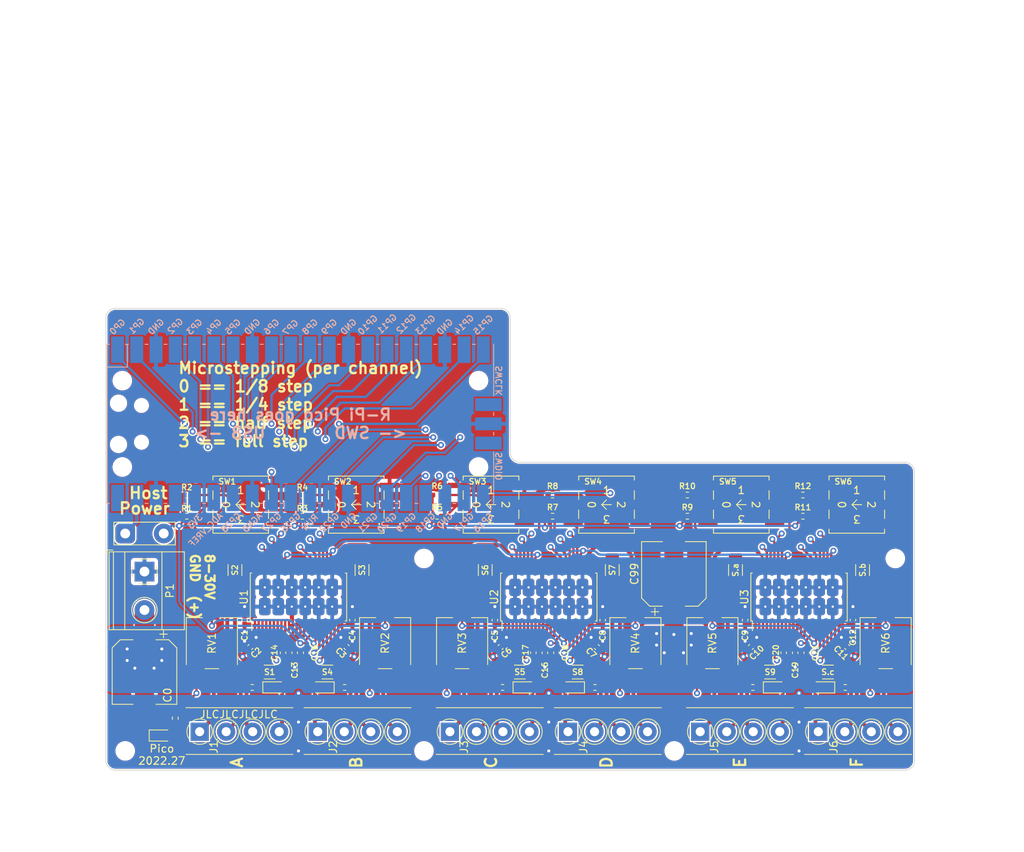
<source format=kicad_pcb>
(kicad_pcb (version 20211014) (generator pcbnew)
  (layers (0 "F.Cu" signal) (1 "In1.Cu" signal) (2 "In2.Cu" signal) (31 "B.Cu" power) (34 "B.Paste" user) (35 "F.Paste" user) (36 "B.SilkS" user "B.Silkscreen") (37 "F.SilkS" user "F.Silkscreen") (38 "B.Mask" user) (39 "F.Mask" user) (44 "Edge.Cuts" user))
  (net 0 "")
  (net 1 "VPP")
  (net 2 "+3V3")
  (net 3 "Earth")
  (net 4 "Net-(J1-Pad2)")
  (net 5 "Net-(J1-Pad3)")
  (net 6 "Net-(J2-Pad4)")
  (net 7 "Net-(J2-Pad2)")
  (net 8 "Net-(J2-Pad3)")
  (net 9 "Net-(J3-Pad2)")
  (net 10 "Net-(J3-Pad3)")
  (net 11 "Net-(J4-Pad2)")
  (net 12 "Net-(J4-Pad3)")
  (net 13 "Net-(J5-Pad2)")
  (net 14 "Net-(J5-Pad3)")
  (net 15 "Net-(J6-Pad2)")
  (net 16 "Net-(J6-Pad3)")
  (net 17 "/A decay")
  (net 18 "/B enable")
  (net 19 "/B dir")
  (net 20 "/B step")
  (net 21 "/B decay")
  (net 22 "/C enable")
  (net 23 "/C dir")
  (net 24 "/C step")
  (net 25 "/C decay")
  (net 26 "/D enable")
  (net 27 "/D dir")
  (net 28 "/D step")
  (net 29 "Net-(RV1-Pad2)")
  (net 30 "Net-(RV2-Pad2)")
  (net 31 "Net-(RV3-Pad2)")
  (net 32 "Net-(RV4-Pad2)")
  (net 33 "Net-(RV5-Pad2)")
  (net 34 "Net-(RV6-Pad2)")
  (net 35 "Net-(S1-Pad1)")
  (net 36 "Net-(S2-Pad1)")
  (net 37 "Net-(S3-Pad1)")
  (net 38 "Net-(S4-Pad1)")
  (net 51 "/D decay")
  (net 52 "/E enable")
  (net 53 "/reset")
  (net 54 "/E dir")
  (net 55 "/E step")
  (net 56 "/E decay")
  (net 57 "/F enable")
  (net 58 "/F dir")
  (net 59 "/F step")
  (net 60 "/F decay")
  (net 61 "/A usm0")
  (net 62 "/A usm1")
  (net 63 "/B usm0")
  (net 64 "/B usm1")
  (net 65 "/C usm0")
  (net 66 "/C usm1")
  (net 67 "/D usm0")
  (net 68 "/D usm1")
  (net 69 "/E usm0")
  (net 70 "/E usm1")
  (net 71 "/F usm0")
  (net 72 "/F usm1")
  (net 81 "Net-(C13-Pad1)")
  (net 82 "Net-(C14-Pad2)")
  (net 83 "Net-(C14-Pad1)")
  (net 84 "Net-(C16-Pad1)")
  (net 85 "Net-(C17-Pad2)")
  (net 86 "Net-(C17-Pad1)")
  (net 87 "Net-(C19-Pad1)")
  (net 88 "Net-(C20-Pad2)")
  (net 89 "Net-(C20-Pad1)")
  (net 90 "Net-(D1-Pad1)")
  (net 91 "Net-(D3-Pad1)")
  (net 92 "Net-(D5-Pad1)")
  (net 93 "Net-(S5-Pad1)")
  (net 94 "Net-(S6-Pad1)")
  (net 95 "Net-(S7-Pad1)")
  (net 96 "Net-(S8-Pad1)")
  (net 97 "Net-(S9-Pad1)")
  (net 98 "Net-(S10-Pad1)")
  (net 99 "Net-(S11-Pad1)")
  (net 100 "Net-(S12-Pad1)")
  (net 101 "/A step")
  (net 102 "/A dir")
  (net 103 "/A enable")
  (net 104 "Net-(D1-Pad2)")
  (net 105 "Net-(D2-Pad1)")
  (net 106 "Net-(D2-Pad2)")
  (net 107 "Net-(D3-Pad2)")
  (net 108 "Net-(D4-Pad1)")
  (net 109 "Net-(D4-Pad2)")
  (net 110 "Net-(D5-Pad2)")
  (net 111 "Net-(D6-Pad1)")
  (net 112 "Net-(D6-Pad2)")
  (net 113 "Net-(J1-Pad1)")
  (net 114 "Net-(D0-Pad2)")
  (net 115 "Net-(U2-Pad46)")
  (net 116 "Net-(J4-Pad4)")
  (net 117 "Net-(U3-Pad46)")
  (net 118 "Net-(J6-Pad4)")
  (net 119 "Net-(JP1-Pad1)")
  (footprint "LED_SMD:LED_0603_1608Metric_Pad1.05x0.95mm_HandSolder" (layer "F.Cu") (at 141.732 118.618)
    (fp_text reference "D3" hide)
    (fp_text value "LED")
  )
  (footprint "" (layer "F.Cu") (at 161.333 127)
    (fp_text reference "")
    (fp_text value "")
  )
  (footprint "Resistor_SMD:R_1206_3216Metric_Pad1.30x1.75mm_HandSolder" (layer "F.Cu") (at 103.378 103.124 -90)
    (fp_text reference "S2")
    (fp_text value ".5 Ω")
  )
  (footprint "Resistor_SMD:R_1206_3216Metric_Pad1.30x1.75mm_HandSolder" (layer "F.Cu") (at 186.182 103.124 -90)
    (fp_text reference "S.b")
    (fp_text value ".5 Ω")
  )
  (footprint "Hexastep:TerminalBlock_Phoenix_PT-1,5-4-3.5-H_1x04_P3.50mm_Horizontal" (layer "F.Cu") (at 103.97 124.46)
    (fp_text reference "J1")
    (fp_text value "A")
  )
  (footprint "Hexastep:CUI_Devices_RDS-7229-SMT" (layer "F.Cu") (at 119.38 94.488)
    (fp_text reference "SW2")
    (fp_text value "µsteps B")
  )
  (footprint "Potentiometer_SMD:Potentiometer_ACP_CA6-VSMD_Vertical" (layer "F.Cu") (at 166.37 112.776 90)
    (fp_text reference "RV5")
    (fp_text value "R_Potentiometer_Small")
  )
  (footprint "Resistor_SMD:R_1206_3216Metric_Pad1.30x1.75mm_HandSolder" (layer "F.Cu") (at 181.61 116.586 180)
    (fp_text reference "S.c")
    (fp_text value ".5 Ω")
  )
  (footprint "Resistor_SMD:R_0402_1005Metric_Pad0.72x0.64mm_HandSolder" (layer "F.Cu") (at 171.704 118.618)
    (fp_text reference "R17" hide)
    (fp_text value "4.7kΩ")
  )
  (footprint "Resistor_SMD:R_0402_1005Metric_Pad0.72x0.64mm_HandSolder" (layer "F.Cu") (at 112.268 93.218)
    (fp_text reference "R4")
    (fp_text value "4.7kΩ")
  )
  (footprint "Capacitor_SMD:C_0402_1005Metric_Pad0.74x0.62mm_HandSolder" (layer "F.Cu") (at 145.796 114.046 -90)
    (fp_text reference "C18")
    (fp_text value "0.47µF")
  )
  (footprint "" (layer "F.Cu") (at 128.313 127)
    (fp_text reference "")
    (fp_text value "")
  )
  (footprint "MountingHole:MountingHole_2.1mm" (layer "F.Cu") (at 190.5 101.6)
    (fp_text reference "REF**" hide)
    (fp_text value "MountingHole_2.1mm")
  )
  (footprint "MountingHole:MountingHole_2.1mm" (layer "F.Cu") (at 135.514 78.12)
    (fp_text reference "REF**" hide)
    (fp_text value "MountingHole_2.1mm")
  )
  (footprint "TestPoint:TestPoint_2Pads_Pitch5.08mm_Drill1.3mm" (layer "F.Cu") (at 88.9 98.298)
    (fp_text reference "JP1" hide)
    (fp_text value "Host")
  )
  (footprint "Capacitor_SMD:CP_Elec_8x10" (layer "F.Cu") (at 161.29 103.632 90)
    (fp_text reference "C99")
    (fp_text value "150µF")
  )
  (footprint "MountingHole:MountingHole_2.1mm" (layer "F.Cu") (at 88.514 78.12)
    (fp_text reference "REF**" hide)
    (fp_text value "MountingHole_2.1mm")
  )
  (footprint "Capacitor_SMD:C_0402_1005Metric_Pad0.74x0.62mm_HandSolder" (layer "F.Cu") (at 105.41 113.284 45)
    (fp_text reference "C2")
    (fp_text value "0.1µF")
  )
  (footprint "Resistor_SMD:R_0402_1005Metric_Pad0.72x0.64mm_HandSolder" (layer "F.Cu") (at 183.896 118.618)
    (fp_text reference "R18" hide)
    (fp_text value "4.7kΩ")
  )
  (footprint "Hexastep:HTSSOP-48_6.1x12.5mm_P0.5mm" (layer "F.Cu") (at 177.8 106.68 90)
    (fp_text reference "U3")
    (fp_text value "DRV8821")
  )
  (footprint "Hexastep:TerminalBlock_Phoenix_PT-1,5-4-3.5-H_1x04_P3.50mm_Horizontal" (layer "F.Cu") (at 170.01 124.46)
    (fp_text reference "J5")
    (fp_text value "E")
  )
  (footprint "Resistor_SMD:R_0402_1005Metric_Pad0.72x0.64mm_HandSolder" (layer "F.Cu") (at 145.288 96.012)
    (fp_text reference "R7")
    (fp_text value "4.7kΩ")
  )
  (footprint "Capacitor_SMD:C_0402_1005Metric_Pad0.74x0.62mm_HandSolder" (layer "F.Cu") (at 109.728 114.046 -90)
    (fp_text reference "C14")
    (fp_text value "0.01µF")
  )
  (footprint "Hexastep:CUI_Devices_RDS-7229-SMT" (layer "F.Cu") (at 170.18 94.488)
    (fp_text reference "SW5")
    (fp_text value "µsteps E ")
  )
  (footprint "Capacitor_SMD:C_0402_1005Metric_Pad0.74x0.62mm_HandSolder" (layer "F.Cu") (at 104.648 109.728 -90)
    (fp_text reference "C1")
    (fp_text value "0.1µF")
  )
  (footprint "Resistor_SMD:R_0402_1005Metric_Pad0.72x0.64mm_HandSolder" (layer "F.Cu") (at 150.876 118.618)
    (fp_text reference "R16" hide)
    (fp_text value "4.7kΩ")
  )
  (footprint "Resistor_SMD:R_1206_3216Metric_Pad1.30x1.75mm_HandSolder" (layer "F.Cu") (at 148.59 116.586 180)
    (fp_text reference "S8")
    (fp_text value ".5 Ω")
  )
  (footprint "LED_SMD:LED_0603_1608Metric_Pad1.05x0.95mm_HandSolder" (layer "F.Cu") (at 180.848 118.618 180)
    (fp_text reference "D6" hide)
    (fp_text value "LED")
  )
  (footprint "MountingHole:MountingHole_2.1mm" (layer "F.Cu") (at 88.9 127)
    (fp_text reference "REF**" hide)
    (fp_text value "MountingHole_2.1mm")
  )
  (footprint "Resistor_SMD:R_1206_3216Metric_Pad1.30x1.75mm_HandSolder" (layer "F.Cu") (at 153.162 103.124 -90)
    (fp_text reference "S7")
    (fp_text value ".5 Ω")
  )
  (footprint "Potentiometer_SMD:Potentiometer_ACP_CA6-VSMD_Vertical" (layer "F.Cu") (at 133.35 112.776 90)
    (fp_text reference "RV3")
    (fp_text value "R_Potentiometer_Small")
  )
  (footprint "TerminalBlock_Phoenix:TerminalBlock_Phoenix_MKDS-1,5-2-5.08_1x02_P5.08mm_Horizontal" (layer "F.Cu") (at 91.44 103.321 -90)
    (fp_text reference "P1")
    (fp_text value "8-30V")
  )
  (footprint "Resistor_SMD:R_0402_1005Metric_Pad0.72x0.64mm_HandSolder" (layer "F.Cu") (at 130.048 93.218)
    (fp_text reference "R6")
    (fp_text value "4.7kΩ")
  )
  (footprint "Capacitor_SMD:C_0402_1005Metric_Pad0.74x0.62mm_HandSolder" (layer "F.Cu") (at 177.292 114.046 -90)
    (fp_text reference "C19")
    (fp_text value "0.1µF")
  )
  (footprint "Capacitor_SMD:C_0402_1005Metric_Pad0.74x0.62mm_HandSolder" (layer "F.Cu") (at 111.252 114.046 -90)
    (fp_text reference "C13")
    (fp_text value "0.1µF")
  )
  (footprint "Capacitor_SMD:C_0402_1005Metric_Pad0.74x0.62mm_HandSolder" (layer "F.Cu") (at 178.816 114.046 -90)
    (fp_text reference "C21")
    (fp_text value "0.47µF")
  )
  (footprint "Capacitor_SMD:C_0402_1005Metric_Pad0.74x0.62mm_HandSolder" (layer "F.Cu") (at 118.872 109.728 -90)
    (fp_text reference "C4")
    (fp_text value "0.1µF")
  )
  (footprint "Resistor_SMD:R_0402_1005Metric_Pad0.72x0.64mm_HandSolder" (layer "F.Cu") (at 163.068 93.218)
    (fp_text reference "R10")
    (fp_text value "4.7kΩ")
  )
  (footprint "Hexastep:TerminalBlock_Phoenix_PT-1,5-4-3.5-H_1x04_P3.50mm_Horizontal" (layer "F.Cu") (at 136.99 124.46)
    (fp_text reference "J3")
    (fp_text value "C")
  )
  (footprint "MountingHole:MountingHole_2.1mm" (layer "F.Cu") (at 128.313 116.84)
    (fp_text reference "REF**" hide)
    (fp_text value "MountingHole_2.1mm")
  )
  (footprint "Hexastep:HTSSOP-48_6.1x12.5mm_P0.5mm" (layer "F.Cu") (at 111.76 106.68 90)
    (fp_text reference "U1")
    (fp_text value "DRV8821")
  )
  (footprint "Hexastep:HTSSOP-48_6.1x12.5mm_P0.5mm" (layer "F.Cu") (at 144.78 106.68 90)
    (fp_text reference "U2")
    (fp_text value "DRV8821")
  )
  (footprint "Resistor_SMD:R_0402_1005Metric_Pad0.72x0.64mm_HandSolder" (layer "F.Cu") (at 117.856 118.618)
    (fp_text reference "R14" hide)
    (fp_text value "4.7kΩ")
  )
  (footprint "Capacitor_SMD:C_0402_1005Metric_Pad0.74x0.62mm_HandSolder" (layer "F.Cu") (at 144.272 114.046 -90)
    (fp_text reference "C16")
    (fp_text value "0.1µF")
  )
  (footprint "Fiducial:Fiducial_0.5mm_Mask1mm" (layer "F.Cu") (at 103.886 126.492)
    (fp_text reference "REF**" hide)
    (fp_text value "Fiducial_0.5mm_Mask1mm")
  )
  (footprint "Fiducial:Fiducial_0.5mm_Mask1mm" (layer "F.Cu") (at 185.674 126.492)
    (fp_text reference "REF**" hide)
    (fp_text value "Fiducial_0.5mm_Mask1mm")
  )
  (footprint "Resistor_SMD:R_0402_1005Metric_Pad0.72x0.64mm_HandSolder" (layer "F.Cu") (at 97.028 93.218)
    (fp_text reference "R2")
    (fp_text value "4.7kΩ")
  )
  (footprint "LED_SMD:LED_0603_1608Metric_Pad1.05x0.95mm_HandSolder" (layer "F.Cu") (at 93.726 124.968)
    (fp_text reference "D0" hide)
    (fp_text value "LED")
  )
  (footprint "Capacitor_SMD:C_0402_1005Metric_Pad0.74x0.62mm_HandSolder" (layer "F.Cu") (at 138.43 113.284 45)
    (fp_text reference "C6")
    (fp_text value "0.1µF")
  )
  (footprint "Resistor_SMD:R_0402_1005Metric_Pad0.72x0.64mm_HandSolder" (layer "F.Cu") (at 178.308 93.218)
    (fp_text reference "R12")
    (fp_text value "4.7kΩ")
  )
  (footprint "Capacitor_SMD:C_0402_1005Metric_Pad0.74x0.62mm_HandSolder" (layer "F.Cu") (at 184.912 109.728 -90)
    (fp_text reference "C12")
    (fp_text value "0.1µF")
  )
  (footprint "Resistor_SMD:R_1206_3216Metric_Pad1.30x1.75mm_HandSolder" (layer "F.Cu") (at 115.57 116.586 180)
    (fp_text reference "S4")
    (fp_text value ".5 Ω")
  )
  (footprint "Capacitor_SMD:C_0402_1005Metric_Pad0.74x0.62mm_HandSolder" (layer "F.Cu") (at 137.668 109.728 -90)
    (fp_text reference "C5")
    (fp_text value "0.1µF")
  )
  (footprint "Potentiometer_SMD:Potentiometer_ACP_CA6-VSMD_Vertical" (layer "F.Cu") (at 100.33 112.776 90)
    (fp_text reference "RV1")
    (fp_text value "R_Potentiometer_Small")
  )
  (footprint "Resistor_SMD:R_0402_1005Metric_Pad0.72x0.64mm_HandSolder" (layer "F.Cu") (at 145.288 93.218)
    (fp_text reference "R8")
    (fp_text value "4.7kΩ")
  )
  (footprint "Resistor_SMD:R_1206_3216Metric_Pad1.30x1.75mm_HandSolder" (layer "F.Cu") (at 173.99 116.586)
    (fp_text reference "S9")
    (fp_text value ".5 Ω")
  )
  (footprint "Capacitor_SMD:C_0402_1005Metric_Pad0.74x0.62mm_HandSolder" (layer "F.Cu") (at 112.776 114.046 -90)
    (fp_text reference "C15")
    (fp_text value "0.47µF")
  )
  (footprint "Potentiometer_SMD:Potentiometer_ACP_CA6-VSMD_Vertical" (layer "F.Cu") (at 189.23 112.776 90)
    (fp_text reference "RV6")
    (fp_text value "R_Potentiometer_Small")
  )
  (footprint "Resistor_SMD:R_0402_1005Metric_Pad0.72x0.64mm_HandSolder" (layer "F.Cu") (at 130.048 96.012)
    (fp_text reference "R5")
    (fp_text value "4.7kΩ")
  )
  (footprint "Resistor_SMD:R_1206_3216Metric_Pad1.30x1.75mm_HandSolder" (layer "F.Cu") (at 169.418 103.124 -90)
    (fp_text reference "S.a")
    (fp_text value ".5 Ω")
  )
  (footprint "Capacitor_SMD:C_0402_1005Metric_Pad0.74x0.62mm_HandSolder" (layer "F.Cu") (at 151.892 109.728 -90)
    (fp_text reference "C8")
    (fp_text value "0.1µF")
  )
  (footprint "Hexastep:CUI_Devices_RDS-7229-SMT" (layer "F.Cu") (at 104.14 94.488)
    (fp_text reference "SW1")
    (fp_text value "µsteps A")
  )
  (footprint "Capacitor_SMD:C_0402_1005Metric_Pad0.74x0.62mm_HandSolder" (layer "F.Cu") (at 142.748 114.046 -90)
    (fp_text reference "C17")
    (fp_text value "0.01µF")
  )
  (footprint "Resistor_SMD:R_1206_3216Metric_Pad1.30x1.75mm_HandSolder" (layer "F.Cu") (at 136.398 103.124 -90)
    (fp_text reference "S6")
    (fp_text value ".5 Ω")
  )
  (footprint "LED_SMD:LED_0603_1608Metric_Pad1.05x0.95mm_HandSolder" (layer "F.Cu") (at 147.828 118.618 180)
    (fp_text reference "D4" hide)
    (fp_text value "LED")
  )
  (footprint "Capacitor_SMD:C_0402_1005Metric_Pad0.74x0.62mm_HandSolder" (layer "F.Cu") (at 170.688 109.728 -90)
    (fp_text reference "C9")
    (fp_text value "0.1µF")
  )
  (footprint "Capacitor_SMD:C_0402_1005Metric_Pad0.74x0.62mm_HandSolder" (layer "F.Cu") (at 118.11 113.284 135)
    (fp_text reference "C3")
    (fp_text value "0.1µF")
  )
  (footprint "Hexastep:TerminalBlock_Phoenix_PT-1,5-4-3.5-H_1x04_P3.50mm_Horizontal" (layer "F.Cu") (at 119.55 124.46)
    (fp_text reference "J2")
    (fp_text value "B")
  )
  (footprint "Resistor_SMD:R_0402_1005Metric_Pad0.72x0.64mm_HandSolder" (layer "F.Cu") (at 138.684 118.618)
    (fp_text reference "R15" hide)
    (fp_text value "4.7kΩ")
  )
  (footprint "Resistor_SMD:R_0402_1005Metric_Pad0.72x0.64mm_HandSolder" (layer "F.Cu") (at 105.664 118.618)
    (fp_text reference "R13" hide)
    (fp_text value "4.7kΩ")
  )
  (footprint "Capacitor_SMD:C_0402_1005Metric_Pad0.74x0.62mm_HandSolder" (layer "F.Cu") (at 151.13 113.284 135)
    (fp_text reference "C7")
    (fp_text value "0.1µF")
  )
  (footprint "Resistor_SMD:R_1206_3216Metric_Pad1.30x1.75mm_HandSolder" (layer "F.Cu") (at 140.97 116.586)
    (fp_text reference "S5")
    (fp_text value ".5 Ω")
  )
  (footprint "Fiducial:Fiducial_0.5mm_Mask1mm" (layer "F.Cu") (at 186.944 92.964)
    (fp_text reference "REF**" hide)
    (fp_text value "Fiducial_0.5mm_Mask1mm")
  )
  (footprint "LED_SMD:LED_0603_1608Metric_Pad1.05x0.95mm_HandSolder" (layer "F.Cu") (at 114.808 118.618 180)
    (fp_text reference "D2" hide)
    (fp_text value "LED")
  )
  (footprint "Capacitor_SMD:CP_Elec_8x10" (layer "F.Cu") (at 91.44 116.586 -90)
    (fp_text reference "C0")
    (fp_text value "150µF")
  )
  (footprint "Resistor_SMD:R_0402_1005Metric_Pad0.72x0.64mm_HandSolder" (layer "F.Cu") (at 112.268 96.012)
    (fp_text reference "R3")
    (fp_text value "4.7kΩ")
  )
  (footprint "Resistor_SMD:R_1206_3216Metric_Pad1.30x1.75mm_HandSolder" (layer "F.Cu") (at 107.95 116.586)
    (fp_text reference "S1")
    (fp_text value ".5 Ω")
  )
  (footprint "Resistor_SMD:R_0402_1005Metric_Pad0.72x0.64mm_HandSolder" (layer "F.Cu") (at 97.028 96.012)
    (fp_text reference "R1")
    (fp_text value "4.7kΩ")
  )
  (footprint "Hexastep:TerminalBlock_Phoenix_PT-1,5-4-3.5-H_1x04_P3.50mm_Horizontal" (layer "F.Cu") (at 185.59 124.46)
    (fp_text reference "J6")
    (fp_text value "F")
  )
  (footprint "Capacitor_SMD:C_0402_1005Metric_Pad0.74x0.62mm_HandSolder" (layer "F.Cu") (at 184.15 113.284 135)
    (fp_text reference "C11")
    (fp_text value "0.1µF")
  )
  (footprint "Hexastep:CUI_Devices_RDS-7229-SMT" (layer "F.Cu") (at 185.42 94.488)
    (fp_text reference "SW6")
    (fp_text value "µsteps F")
  )
  (footprint "LED_SMD:LED_0603_1608Metric_Pad1.05x0.95mm_HandSolder" (layer "F.Cu") (at 108.712 118.618)
    (fp_text reference "D1" hide)
    (fp_text value "LED")
  )
  (footprint "Hexastep:TerminalBlock_Phoenix_PT-1,5-4-3.5-H_1x04_P3.50mm_Horizontal" (layer "F.Cu") (at 152.57 124.46)
    (fp_text reference "J4")
    (fp_text value "D")
  )
  (footprint "Hexastep:CUI_Devices_RDS-7229-SMT" (layer "F.Cu") (at 152.4 94.488)
    (fp_text reference "SW4")
    (fp_text value "µsteps D")
  )
  (footprint "Resistor_SMD:R_1206_3216Metric_Pad1.30x1.75mm_HandSolder" (layer "F.Cu") (at 120.142 103.124 -90)
    (fp_text reference "S3")
    (fp_text value ".5 Ω")
  )
  (footprint "Hexastep:CUI_Devices_RDS-7229-SMT" (layer "F.Cu") (at 137.16 94.488)
    (fp_text reference "SW3")
    (fp_text value "µsteps C")
  )
  (footprint "Capacitor_SMD:C_0402_1005Metric_Pad0.74x0.62mm_HandSolder" (layer "F.Cu") (at 175.768 114.046 -90)
    (fp_text reference "C20")
    (fp_text value "0.01µF")
  )
  (footprint "Potentiometer_SMD:Potentiometer_ACP_CA6-VSMD_Vertical" (layer "F.Cu") (at 123.19 112.776 90)
    (fp_text reference "RV2")
    (fp_text value "R_Potentiometer_Small")
  )
  (footprint "Resistor_SMD:R_0402_1005Metric_Pad0.72x0.64mm_HandSolder" (layer "F.Cu") (at 95.504 122.682 -90)
    (fp_text reference "R0" hide)
    (fp_text value "120Ω")
  )
  (footprint "MountingHole:MountingHole_2.1mm" (layer "F.Cu") (at 88.514 89.52)
    (fp_text reference "REF**" hide)
    (fp_text value "MountingHole_2.1mm")
  )
  (footprint "MountingHole:MountingHole_2.1mm" (layer "F.Cu") (at 135.514 89.52)
    (fp_text reference "REF**" hide)
    (fp_text value "MountingHole_2.1mm")
  )
  (footprint "Potentiometer_SMD:Potentiometer_ACP_CA6-VSMD_Vertical" (layer "F.Cu") (at 156.21 112.776 90)
    (fp_text reference "RV4")
    (fp_text value "R_Potentiometer_Small")
  )
  (footprint "Resistor_SMD:R_0402_1005Metric_Pad0.72x0.64mm_HandSolder" (layer "F.Cu") (at 163.068 96.012)
    (fp_text reference "R9")
    (fp_text value "4.7kΩ")
  )
  (footprint "Resistor_SMD:R_0402_1005Metric_Pad0.72x0.64mm_HandSolder" (layer "F.Cu") (at 178.308 96.012)
    (fp_text reference "R11")
    (fp_text value "4.7kΩ")
  )
  (footprint "LED_SMD:LED_0603_1608Metric_Pad1.05x0.95mm_HandSolder" (layer "F.Cu") (at 174.752 118.618)
    (fp_text reference "D5" hide)
    (fp_text value "LED")
  )
  (footprint "Capacitor_SMD:C_0402_1005Metric_Pad0.74x0.62mm_HandSolder" (layer "F.Cu") (at 171.45 113.284 45)
    (fp_text reference "C10")
    (fp_text value "0.1µF")
  )
  (footprint "Hexastep:RPi_Pico_SMD_only" (layer "B.Cu") (at 112.014 83.82 -90)
    (fp_text reference "PC1" hide)
    (fp_text value "Pico")
  )
  (gr_line (start 86.36 69.85) (end 86.36 128.27) (layer "Edge.Cuts") (width 0.1))
  (gr_line (start 140.97 88.9) (end 191.77 88.9) (layer "Edge.Cuts") (width 0.1))
  (gr_line (start 87.63 129.54) (end 191.77 129.54) (layer "Edge.Cuts") (width 0.1))
  (gr_arc (start 191.77 88.9) (mid 192.668026 89.271974) (end 193.04 90.17) (layer "Edge.Cuts") (width 0.1))
  (gr_arc (start 87.63 129.54) (mid 86.731974 129.168026) (end 86.36 128.27) (layer "Edge.Cuts") (width 0.1))
  (gr_line (start 139.7 69.85) (end 139.7 87.63) (layer "Edge.Cuts") (width 0.1))
  (gr_line (start 138.43 68.58) (end 87.63 68.58) (layer "Edge.Cuts") (width 0.1))
  (gr_arc (start 86.36 69.85) (mid 86.731974 68.951974) (end 87.63 68.58) (layer "Edge.Cuts") (width 0.1))
  (gr_arc (start 140.97 88.9) (mid 140.071974 88.528026) (end 139.7 87.63) (layer "Edge.Cuts") (width 0.1))
  (gr_arc (start 138.43 68.58) (mid 139.328026 68.951974) (end 139.7 69.85) (layer "Edge.Cuts") (width 0.1))
  (gr_arc (start 193.04 128.27) (mid 192.668026 129.168026) (end 191.77 129.54) (layer "Edge.Cuts") (width 0.1))
  (gr_line (start 193.04 128.27) (end 193.04 90.17) (layer "Edge.Cuts") (width 0.1))
  (gr_text "R-Pi Pico goes here\n<- SWD        USB ->" (at 112.014 83.82) (layer "B.SilkS") (effects (font (size 1.5 1.5) (thickness 0.3)) (justify mirror)))
  (gr_text "8-30V\nGND  (+)" (at 99.06 100.838 270) (layer "F.SilkS") (effects (font (size 1.2 1.2) (thickness 0.3)) (justify left)))
  (gr_text "Pico\n2022.27" (at 93.726 127.508) (layer "F.SilkS") (effects (font (size 1 1))))
  (gr_text "Microstepping (per channel)\n0 == 1/8 step\n1 == 1/4 step\n2 == half step\n3 == full step" (at 95.758 81.28) (layer "F.SilkS") (effects (font (size 1.5 1.5) (thickness 0.3)) (justify left)))
  (gr_text "Power" (at 91.45 94.996) (layer "F.SilkS") (effects (font (size 1.5 1.5) (thickness 0.3))))
  (gr_text "JLCJLCJLCJLC" (at 103.886 122.174) (layer "F.SilkS") (effects (font (size 1 1))))
  (segment (start 91.44 108.401) (end 91.44 113.792) (width 2.54) (layer "F.Cu") (net 1))
  (segment (start 111.252 115.951) (end 111.252 114.6135) (width 0.3) (layer "F.Cu") (net 1))
  (segment (start 177.292 115.951) (end 177.292 114.6135) (width 0.3) (layer "F.Cu") (net 1))
  (segment (start 161.29 106.882) (end 161.29 111.633) (width 2.54) (layer "F.Cu") (net 1))
  (segment (start 144.272 115.951) (end 144.272 114.6135) (width 0.3) (layer "F.Cu") (net 1))
  (via (at 170.688 112.522) (size 0.8) (drill 0.4) (layers "F.Cu" "B.Cu") (net 1))
  (via (at 139.192 112.014) (size 0.8) (drill 0.4) (layers "F.Cu" "B.Cu") (net 1))
  (via (at 184.912 111.252) (size 0.8) (drill 0.4) (layers "F.Cu" "B.Cu") (net 1))
  (via (at 184.912 112.522) (size 0.8) (drill 0.4) (layers "F.Cu" "B.Cu") (net 1))
  (via (at 177.292 115.951) (size 0.8) (drill 0.4) (layers "F.Cu" "B.Cu") (net 1))
  (via (at 117.348 112.014) (size 0.8) (drill 0.4) (layers "F.Cu" "B.Cu") (net 1))
  (via (at 92.71 116.078) (size 0.8) (drill 0.4) (layers "F.Cu" "B.Cu") (net 1))
  (via (at 160.02 114.046) (size 0.8) (drill 0.4) (layers "F.Cu" "B.Cu") (net 1))
  (via (at 137.668 111.252) (size 0.8) (drill 0.4) (layers "F.Cu" "B.Cu") (net 1))
  (via (at 104.648 112.522) (size 0.8) (drill 0.4) (layers "F.Cu" "B.Cu") (net 1))
  (via (at 159.004 113.03) (size 0.8) (drill 0.4) (layers "F.Cu" "B.Cu") (net 1))
  (via (at 93.726 113.538) (size 0.8) (drill 0.4) (layers "F.Cu" "B.Cu") (net 1))
  (via (at 172.212 112.014) (size 0.8) (drill 0.4) (layers "F.Cu" "B.Cu") (net 1))
  (via (at 151.892 111.252) (size 0.8) (drill 0.4) (layers "F.Cu" "B.Cu") (net 1))
  (via (at 161.29 111.633) (size 0.8) (drill 0.4) (layers "F.Cu" "B.Cu") (net 1))
  (via (at 118.872 112.522) (size 0.8) (drill 0.4) (layers "F.Cu" "B.Cu") (net 1))
  (via (at 90.17 116.078) (size 0.8) (drill 0.4) (layers "F.Cu" "B.Cu") (net 1))
  (via (at 151.892 112.522) (size 0.8) (drill 0.4) (layers "F.Cu" "B.Cu") (net 1))
  (via (at 183.388 112.014) (size 0.8) (drill 0.4) (layers "F.Cu" "B.Cu") (net 1))
  (via (at 150.368 112.014) (size 0.8) (drill 0.4) (layers "F.Cu" "B.Cu") (net 1))
  (via (at 111.252 115.951) (size 0.8) (drill 0.4) (layers "F.Cu" "B.Cu") (net 1))
  (via (at 144.272 115.951) (size 0.8) (drill 0.4) (layers "F.Cu" "B.Cu") (net 1))
  (via (at 89.154 115.062) (size 0.8) (drill 0.4) (layers "F.Cu" "B.Cu") (net 1))
  (via (at 162.56 114.046) (size 0.8) (drill 0.4) (layers "F.Cu" "B.Cu") (net 1))
  (via (at 104.648 111.252) (size 0.8) (drill 0.4) (layers "F.Cu" "B.Cu") (net 1))
  (via (at 159.004 111.506) (size 0.8) (drill 0.4) (layers "F.Cu" "B.Cu") (net 1))
  (via (at 89.154 113.538) (size 0.8) (drill 0.4) (layers "F.Cu" "B.Cu") (net 1))
  (via (at 163.576 111.506) (size 0.8) (drill 0.4) (layers "F.Cu" "B.Cu") (net 1))
  (via (at 170.688 111.252) (size 0.8) (drill 0.4) (layers "F.Cu" "B.Cu") (net 1))
  (via (at 93.726 115.062) (size 0.8) (drill 0.4) (layers "F.Cu" "B.Cu") (net 1))
  (via (at 106.172 112.014) (size 0.8) (drill 0.4) (layers "F.Cu" "B.Cu") (net 1))
  (via (at 118.872 111.252) (size 0.8) (drill 0.4) (layers "F.Cu" "B.Cu") (net 1))
  (via (at 137.668 112.522) (size 0.8) (drill 0.4) (layers "F.Cu" "B.Cu") (net 1))
  (via (at 163.576 113.03) (size 0.8) (drill 0.4) (layers "F.Cu" "B.Cu") (net 1))
  (segment (start 179.55 110.3925) (end 179.55 111.326893) (width 0.3) (layer "F.Cu") (net 2))
  (segment (start 177.564053 97.009947) (end 177.292 97.282) (width 0.3) (layer "F.Cu") (net 2))
  (segment (start 178.962447 112.121553) (end 179.403554 111.680446) (width 0.3) (layer "F.Cu") (net 2))
  (segment (start 112.014 112.776) (end 112.776 112.776) (width 0.3) (layer "F.Cu") (net 2))
  (segment (start 111.524053 97.009947) (end 111.252 97.282) (width 0.3) (layer "F.Cu") (net 2))
  (segment (start 145.796 112.776) (end 145.796 112.475107) (width 0.3) (layer "F.Cu") (net 2))
  (segment (start 187.198 119.38) (end 187.198 117.219) (width 0.3) (layer "F.Cu") (net 2))
  (segment (start 145.942447 112.121553) (end 146.383554 111.680446) (width 0.3) (layer "F.Cu") (net 2))
  (segment (start 154.178 119.38) (end 154.178 117.219) (width 0.3) (layer "F.Cu") (net 2))
  (segment (start 112.922447 112.121553) (end 113.363554 111.680446) (width 0.3) (layer "F.Cu") (net 2))
  (segment (start 113.51 110.3925) (end 113.51 111.326893) (width 0.3) (layer "F.Cu") (net 2))
  (segment (start 162.324053 97.009947) (end 162.052 97.282) (width 0.3) (layer "F.Cu") (net 2))
  (segment (start 112.776 112.776) (end 112.776 112.475107) (width 0.3) (layer "F.Cu") (net 2))
  (segment (start 178.054 112.776) (end 178.816 112.776) (width 0.3) (layer "F.Cu") (net 2))
  (segment (start 98.298 119.38) (end 98.298 117.219) (width 0.3) (layer "F.Cu") (net 2))
  (segment (start 131.318 119.38) (end 131.318 117.219) (width 0.3) (layer "F.Cu") (net 2))
  (segment (start 112.776 113.4785) (end 112.776 112.776) (width 0.3) (layer "F.Cu") (net 2))
  (segment (start 129.4505 96.012) (end 129.4505 96.656393) (width 0.3) (layer "F.Cu") (net 2))
  (segment (start 121.158 119.38) (end 121.158 117.219) (width 0.3) (layer "F.Cu") (net 2))
  (segment (start 162.4705 93.218) (end 162.4705 96.012) (width 0.3) (layer "F.Cu") (net 2))
  (segment (start 129.304053 97.009947) (end 129.032 97.282) (width 0.3) (layer "F.Cu") (net 2))
  (segment (start 98.298 119.38) (end 95.5935 122.0845) (width 0.3) (layer "F.Cu") (net 2))
  (segment (start 111.6705 96.012) (end 111.6705 96.656393) (width 0.3) (layer "F.Cu") (net 2))
  (segment (start 177.7105 93.218) (end 177.7105 96.012) (width 0.3) (layer "F.Cu") (net 2))
  (segment (start 96.284053 97.009947) (end 96.012 97.282) (width 0.3) (layer "F.Cu") (net 2))
  (segment (start 162.4705 96.012) (end 162.4705 96.656393) (width 0.3) (layer "F.Cu") (net 2))
  (segment (start 129.4505 93.218) (end 129.4505 96.012) (width 0.3) (layer "F.Cu") (net 2))
  (segment (start 164.338 119.38) (end 164.338 117.219) (width 0.3) (layer "F.Cu") (net 2))
  (segment (start 177.7105 96.012) (end 177.7105 96.656393) (width 0.3) (layer "F.Cu") (net 2))
  (segment (start 111.6705 93.218) (end 111.6705 96.012) (width 0.3) (layer "F.Cu") (net 2))
  (segment (start 144.6905 93.218) (end 144.6905 96.012) (width 0.3) (layer "F.Cu") (net 2))
  (segment (start 144.418447 96.284053) (end 144.6905 96.012) (width 0.3) (layer "F.Cu") (net 2))
  (segment (start 145.796 113.4785) (end 145.796 112.776) (width 0.3) (layer "F.Cu") (net 2))
  (segment (start 144.272 97.536) (end 144.272 96.637607) (width 0.3) (layer "F.Cu") (net 2))
  (segment (start 178.816 112.776) (end 178.816 112.475107) (width 0.3) (layer "F.Cu") (net 2))
  (segment (start 96.4305 93.218) (end 96.4305 96.012) (width 0.3) (layer "F.Cu") (net 2))
  (segment (start 146.53 110.3925) (end 146.53 111.326893) (width 0.3) (layer "F.Cu") (net 2))
  (segment (start 96.4305 96.012) (end 96.4305 96.656393) (width 0.3) (layer "F.Cu") (net 2))
  (segment (start 145.034 112.776) (end 145.796 112.776) (width 0.3) (layer "F.Cu") (net 2))
  (segment (start 178.816 113.4785) (end 178.816 112.776) (width 0.3) (layer "F.Cu") (net 2))
  (via (at 177.292 97.282) (size 0.8) (drill 0.4) (layers "F.Cu" "B.Cu") (net 2))
  (via (at 98.298 119.38) (size 0.8) (drill 0.4) (layers "F.Cu" "B.Cu") (net 2))
  (via (at 187.198 119.38) (size 0.8) (drill 0.4) (layers "F.Cu" "B.Cu") (net 2))
  (via (at 131.318 119.38) (size 0.8) (drill 0.4) (layers "F.Cu" "B.Cu") (net 2))
  (via (at 164.338 119.38) (size 0.8) (drill 0.4) (layers "F.Cu" "B.Cu") (net 2))
  (via (at 145.034 112.776) (size 0.8) (drill 0.4) (layers "F.Cu" "B.Cu") (net 2))
  (via (at 154.178 119.38) (size 0.8) (drill 0.4) (layers "F.Cu" "B.Cu") (net 2))
  (via (at 96.012 97.282) (size 0.8) (drill 0.4) (layers "F.Cu" "B.Cu") (net 2))
  (via (at 178.054 112.776) (size 0.8) (drill 0.4) (layers "F.Cu" "B.Cu") (net 2))
  (via (at 129.032 97.282) (size 0.8) (drill 0.4) (layers "F.Cu" "B.Cu") (net 2))
  (via (at 121.158 119.38) (size 0.8) (drill 0.4) (layers "F.Cu" "B.Cu") (net 2))
  (via (at 144.272 97.536) (size 0.8) (drill 0.4) (layers "F.Cu" "B.Cu") (net 2))
  (via (at 111.252 97.282) (size 0.8) (drill 0.4) (layers "F.Cu" "B.Cu") (net 2))
  (via (at 112.014 112.776) (size 0.8) (drill 0.4) (layers "F.Cu" "B.Cu") (net 2))
  (via (at 162.052 97.282) (size 0.8) (drill 0.4) (layers "F.Cu" "B.Cu") (net 2))
  (arc (start 129.4505 96.656393) (mid 129.41244 96.847735) (end 129.304053 97.009947) (width 0.3) (layer "F.Cu") (net 2))
  (arc (start 179.55 111.326893) (mid 179.51194 111.518234) (end 179.403554 111.680446) (width 0.3) (layer "F.Cu") (net 2))
  (arc (start 162.4705 96.656393) (mid 162.43244 96.847735) (end 162.324053 97.009947) (width 0.3) (layer "F.Cu") (net 2))
  (arc (start 177.564053 97.009947) (mid 177.67244 96.847735) (end 177.7105 96.656393) (width 0.3) (layer "F.Cu") (net 2))
  (arc (start 178.962447 112.121553) (mid 178.85406 112.283765) (end 178.816 112.475107) (width 0.3) (layer "F.Cu") (net 2))
  (arc (start 146.383554 111.680446) (mid 146.49194 111.518234) (end 146.53 111.326893) (width 0.3) (layer "F.Cu") (net 2))
  (arc (start 96.284053 97.009947) (mid 96.39244 96.847735) (end 96.4305 96.656393) (width 0.3) (layer "F.Cu") (net 2))
  (arc (start 112.922447 112.121553) (mid 112.81406 112.283765) (end 112.776 112.475107) (width 0.3) (layer "F.Cu") (net 2))
  (arc (start 111.524053 97.009947) (mid 111.63244 96.847735) (end 111.6705 96.656393) (width 0.3) (layer "F.Cu") (net 2))
  (arc (start 144.418447 96.284053) (mid 144.31006 96.446265) (end 144.272 96.637607) (width 0.3) (layer "F.Cu") (net 2))
  (arc (start 145.942447 112.121553) (mid 145.83406 112.283765) (end 145.796 112.475107) (width 0.3) (layer "F.Cu") (net 2))
  (arc (start 113.363554 111.680446) (mid 113.47194 111.518234) (end 113.51 111.326893) (width 0.3) (layer "F.Cu") (net 2))
  (segment (start 162.052 97.282) (end 177.292 97.282) (width 0.3) (layer "B.Cu") (net 2))
  (segment (start 144.272 97.536) (end 144.526 97.282) (width 0.3) (layer "B.Cu") (net 2))
  (segment (start 101.307107 110.782893) (end 101.130893 110.959107) (width 0.3) (layer "B.Cu") (net 2))
  (segment (start 96.012 97.282) (end 111.252 97.282) (width 0.3) (layer "B.Cu") (net 2))
  (segment (start 96.012 97.282) (end 94.996 97.282) (width 0.3) (layer "B.Cu") (net 2))
  (segment (start 100.423786 111.252) (end 100.236214 111.252) (width 0.3) (layer "B.Cu") (net 2))
  (segment (start 129.032 97.282) (end 144.018 97.282) (width 0.3) (layer "B.Cu") (net 2))
  (segment (start 144.526 97.282) (end 162.052 97.282) (width 0.3) (layer "B.Cu") (net 2))
  (segment (start 94.996 97.282) (end 93.98 98.298) (width 0.3) (layer "B.Cu") (net 2))
  (segment (start 111.252 97.282) (end 129.032 97.282) (width 0.3) (layer "B.Cu") (net 2))
  (segment (start 99.529107 110.959107) (end 96.304893 107.734893) (width 0.3) (layer "B.Cu") (net 2))
  (segment (start 96.012 107.027786) (end 96.012 97.282) (width 0.3) (layer "B.Cu") (net 2))
  (segment (start 109.313786 110.49) (end 102.014214 110.49) (width 0.3) (layer "B.Cu") (net 2))
  (segment (start 144.018 97.282) (end 144.272 97.536) (width 0.3) (layer "B.Cu") (net 2))
  (segment (start 112.014 112.776) (end 110.020893 110.782893) (width 0.3) (layer "B.Cu") (net 2))
  (arc (start 99.529107 110.959107) (mid 99.85353 111.17588) (end 100.236214 111.252) (width 0.3) (layer "B.Cu") (net 2))
  (arc (start 101.130893 110.959107) (mid 100.80647 111.17588) (end 100.423786 111.252) (width 0.3) (layer "B.Cu") (net 2))
  (arc (start 96.304893 107.734893) (mid 96.08812 107.41047) (end 96.012 107.027786) (width 0.3) (layer "B.Cu") (net 2))
  (arc (start 102.014214 110.49) (mid 101.631531 110.56612) (end 101.307107 110.782893) (width 0.3) (layer "B.Cu") (net 2))
  (arc (start 110.020893 110.782893) (mid 109.69647 110.56612) (end 109.313786 110.49) (width 0.3) (layer "B.Cu") (net 2))
  (via (at 111.76 123.19) (size 0.8) (drill 0.4) (layers "F.Cu" "B.Cu") (net 3))
  (via (at 111.76 119.38) (size 0.8) (drill 0.4) (layers "F.Cu" "B.Cu") (net 3))
  (via (at 137.414 114.554) (size 0.8) (drill 0.4) (layers "F.Cu" "B.Cu") (net 3))
  (via (at 170.688 107.95) (size 0.8) (drill 0.4) (layers "F.Cu" "B.Cu") (net 3))
  (via (at 144.78 127) (size 0.8) (drill 0.4) (layers "F.Cu" "B.Cu") (net 3))
  (via (at 170.434 114.554) (size 0.8) (drill 0.4) (layers "F.Cu" "B.Cu") (net 3))
  (via (at 152.146 114.554) (size 0.8) (drill 0.4) (layers "F.Cu" "B.Cu") (net 3))
  (via (at 144.78 119.38) (size 0.8) (drill 0.4) (layers "F.Cu" "B.Cu") (net 3))
  (via (at 137.668 107.95) (size 0.8) (drill 0.4) (layers "F.Cu" "B.Cu") (net 3))
  (via (at 177.8 127) (size 0.8) (drill 0.4) (layers "F.Cu" "B.Cu") (net 3))
  (via (at 119.126 114.554) (size 0.8) (drill 0.4) (layers "F.Cu" "B.Cu") (net 3))
  (via (at 118.872 107.95) (size 0.8) (drill 0.4) (layers "F.Cu" "B.Cu") (net 3))
  (via (at 185.166 114.554) (size 0.8) (drill 0.4) (layers "F.Cu" "B.Cu") (net 3))
  (via (at 104.648 107.95) (size 0.8) (drill 0.4) (layers "F.Cu" "B.Cu") (net 3))
  (via (at 177.8 123.19) (size 0.8) (drill 0.4) (layers "F.Cu" "B.Cu") (net 3))
  (via (at 111.76 127) (size 0.8) (drill 0.4) (layers "F.Cu" "B.Cu") (net 3))
  (via (at 151.892 107.95) (size 0.8) (drill 0.4) (layers "F.Cu" "B.Cu") (net 3))
  (via (at 177.8 119.38) (size 0.8) (drill 0.4) (layers "F.Cu" "B.Cu") (net 3))
  (via (at 104.394 114.554) (size 0.8) (drill 0.4) (layers "F.Cu" "B.Cu") (net 3))
  (via (at 144.78 123.19) (size 0.8) (drill 0.4) (layers "F.Cu" "B.Cu") (net 3))
  (via (at 184.912 107.95) (size 0.8) (drill 0.4) (layers "F.Cu" "B.Cu") (net 3))
  (segment (start 104.14 115.984214) (end 104.14 122.125786) (width 0.5) (layer "F.Cu") (net 4))
  (segment (start 102.506758 103.260393) (end 101.892893 103.874258) (width 0.5) (layer "F.Cu") (net 4))
  (segment (start 101.892893 105.702893) (end 103.085107 106.895107) (width 0.5) (layer "F.Cu") (net 4))
  (segment (start 101.6 104.581365) (end 101.6 104.995786) (width 0.5) (layer "F.Cu") (net 4))
  (segment (start 106.01 102.9675) (end 103.213865 102.9675) (width 0.3) (layer "F.Cu") (net 4))
  (segment (start 103.847107 122.832893) (end 102.22 124.46) (width 0.5) (layer "F.Cu") (net 4))
  (segment (start 103.670893 115.100893) (end 103.847107 115.277107) (width 0.5) (layer "F.Cu") (net 4))
  (segment (start 103.378 107.602214) (end 103.378 114.393786) (width 0.5) (layer "F.Cu") (net 4))
  (arc (start 104.14 122.125786) (mid 104.06388 122.508469) (end 103.847107 122.832893) (width 0.5) (layer "F.Cu") (net 4))
  (arc (start 101.892893 103.874258) (mid 101.67612 104.198681) (end 101.6 104.581365) (width 0.5) (layer "F.Cu") (net 4))
  (arc (start 103.670893 115.100893) (mid 103.45412 114.77647) (end 103.378 114.393786) (width 0.5) (layer "F.Cu") (net 4))
  (arc (start 101.892893 105.702893) (mid 101.67612 105.37847) (end 101.6 104.995786) (width 0.5) (layer "F.Cu") (net 4))
  (arc (start 103.847107 115.277107) (mid 104.06388 115.60153) (end 104.14 115.984214) (width 0.5) (layer "F.Cu") (net 4))
  (arc (start 103.213865 102.9675) (mid 102.831182 103.04362) (end 102.506758 103.260393) (width 0.3) (layer "F.Cu") (net 4))
  (arc (start 103.085107 106.895107) (mid 103.30188 107.21953) (end 103.378 107.602214) (width 0.5) (layer "F.Cu") (net 4))
  (segment (start 106.452576 114.019424) (end 105.194893 115.277107) (width 0.5) (layer "F.Cu") (net 5))
  (segment (start 106.717107 113.781469) (end 106.452576 114.046) (width 0.3) (layer "F.Cu") (net 5))
  (segment (start 105.194893 123.934893) (end 105.72 124.46) (width 0.5) (layer "F.Cu") (net 5))
  (segment (start 104.902 115.984214) (end 104.902 123.227786) (width 0.5) (layer "F.Cu") (net 5))
  (segment (start 107.01 110.3925) (end 107.01 113.074362) (width 0.3) (layer "F.Cu") (net 5))
  (arc (start 106.717107 113.781469) (mid 106.93388 113.457046) (end 107.01 113.074362) (width 0.3) (layer "F.Cu") (net 5))
  (arc (start 105.194893 115.277107) (mid 104.97812 115.60153) (end 104.902 115.984214) (width 0.5) (layer "F.Cu") (net 5))
  (arc (start 105.194893 123.934893) (mid 104.97812 123.61047) (end 104.902 123.227786) (width 0.5) (layer "F.Cu") (net 5))
  (segment (start 121.450893 114.084893) (end 122.643107 115.277107) (width 0.5) (layer "F.Cu") (net 6))
  (segment (start 122.682 104.046214) (end 122.682 105.395764) (width 0.5) (layer "F.Cu") (net 6))
  (segment (start 116.802893 101.129107) (end 117.094 100.838) (width 0.3) (layer "F.Cu") (net 6))
  (segment (start 118.524214 99.822) (end 120.489786 99.822) (width 0.5) (layer "F.Cu") (net 6))
  (segment (start 117.094 100.838) (end 117.817107 100.114893) (width 0.5) (layer "F.Cu") (net 6))
  (segment (start 123.228893 122.888893) (end 124.8 124.46) (width 0.5) (layer "F.Cu") (net 6))
  (segment (start 116.51 102.9675) (end 116.51 101.836214) (width 0.3) (layer "F.Cu") (net 6))
  (segment (start 122.936 115.984214) (end 122.936 122.181786) (width 0.5) (layer "F.Cu") (net 6))
  (segment (start 121.196893 100.114893) (end 121.373107 100.291107) (width 0.5) (layer "F.Cu") (net 6))
  (segment (start 122.389107 106.102871) (end 121.450893 107.041085) (width 0.5) (layer "F.Cu") (net 6))
  (segment (start 121.158 107.748192) (end 121.158 113.377786) (width 0.5) (layer "F.Cu") (net 6))
  (segment (start 121.958893 102.908893) (end 122.389107 103.339107) (width 0.5) (layer "F.Cu") (net 6))
  (segment (start 121.666 100.998214) (end 121.666 102.201786) (width 0.5) (layer "F.Cu") (net 6))
  (arc (start 121.158 113.377786) (mid 121.23412 113.760469) (end 121.450893 114.084893) (width 0.5) (layer "F.Cu") (net 6))
  (arc (start 121.196893 100.114893) (mid 120.87247 99.89812) (end 120.489786 99.822) (width 0.5) (layer "F.Cu") (net 6))
  (arc (start 122.682 104.046214) (mid 122.60588 103.663531) (end 122.389107 103.339107) (width 0.5) (layer "F.Cu") (net 6))
  (arc (start 121.958893 102.908893) (mid 121.74212 102.58447) (end 121.666 102.201786) (width 0.5) (layer "F.Cu") (net 6))
  (arc (start 121.450893 107.041085) (mid 121.23412 107.365509) (end 121.158 107.748192) (width 0.5) (layer "F.Cu") (net 6))
  (arc (start 122.936 122.181786) (mid 123.01212 122.564469) (end 123.228893 122.888893) (width 0.5) (layer "F.Cu") (net 6))
  (arc (start 122.682 105.395764) (mid 122.60588 105.778447) (end 122.389107 106.102871) (width 0.5) (layer "F.Cu") (net 6))
  (arc (start 117.817107 100.114893) (mid 118.141531 99.89812) (end 118.524214 99.822) (width 0.5) (layer "F.Cu") (net 6))
  (arc (start 116.51 101.836214) (mid 116.58612 101.453531) (end 116.802893 101.129107) (width 0.3) (layer "F.Cu") (net 6))
  (arc (start 122.643107 115.277107) (mid 122.85988 115.601531) (end 122.936 115.984214) (width 0.5) (layer "F.Cu") (net 6))
  (arc (start 121.373107 100.291107) (mid 121.58988 100.61553) (end 121.666 100.998214) (width 0.5) (layer "F.Cu") (net 6))
  (segment (start 118.618 116.022214) (end 118.618 123.227786) (width 0.5) (layer "F.Cu") (net 7))
  (segment (start 116.802893 113.792893) (end 116.821 113.811) (width 0.3) (layer "F.Cu") (net 7))
  (segment (start 116.51 110.3925) (end 116.51 113.085786) (width 0.3) (layer "F.Cu") (net 7))
  (segment (start 116.821 113.811) (end 118.325107 115.315107) (width 0.5) (layer "F.Cu") (net 7))
  (segment (start 118.325107 123.934893) (end 117.8 124.46) (width 0.5) (layer "F.Cu") (net 7))
  (arc (start 116.802893 113.792893) (mid 116.58612 113.46847) (end 116.51 113.085786) (width 0.3) (layer "F.Cu") (net 7))
  (arc (start 118.325107 115.315107) (mid 118.54188 115.63953) (end 118.618 116.022214) (width 0.5) (layer "F.Cu") (net 7))
  (arc (start 118.325107 123.934893) (mid 118.54188 123.61047) (end 118.618 123.227786) (width 0.5) (layer "F.Cu") (net 7))
  (segment (start 119.38 115.984214) (end 119.38 122.125786) (width 0.5) (layer "F.Cu") (net 8))
  (segment (start 121.666 104.300214) (end 121.666 105.249786) (width 0.5) (layer "F.Cu") (net 8))
  (segment (start 119.849107 115.100893) (end 119.672893 115.277107) (width 0.5) (layer "F.Cu") (net 8))
  (segment (start 119.672893 122.832893) (end 121.3 124.46) (width 0.5) (layer "F.Cu") (net 8))
  (segment (start 117.51 102.9675) (end 120.333286 102.9675) (width 0.3) (layer "F.Cu") (net 8))
  (segment (start 120.142 107.602214) (end 120.142 114.393786) (width 0.5) (layer "F.Cu") (net 8))
  (segment (start 121.040393 103.260393) (end 121.373107 103.593107) (width 0.5) (layer "F.Cu") (net 8))
  (segment (start 121.373107 105.956893) (end 120.434893 106.895107) (width 0.5) (layer "F.Cu") (net 8))
  (arc (start 121.040393 103.260393) (mid 120.71597 103.04362) (end 120.333286 102.9675) (width 0.5) (layer "F.Cu") (net 8))
  (arc (start 120.142 107.602214) (mid 120.21812 107.219531) (end 120.434893 106.895107) (width 0.5) (layer "F.Cu") (net 8))
  (arc (start 120.142 114.393786) (mid 120.06588 114.776469) (end 119.849107 115.100893) (width 0.5) (layer "F.Cu") (net 8))
  (arc (start 119.672893 122.832893) (mid 119.45612 122.50847) (end 119.38 122.125786) (width 0.5) (layer "F.Cu") (net 8))
  (arc (start 121.666 105.249786) (mid 121.58988 105.632469) (end 121.373107 105.956893) (width 0.5) (layer "F.Cu") (net 8))
  (arc (start 121.666 104.300214) (mid 121.58988 103.917531) (end 121.373107 103.593107) (width 0.5) (layer "F.Cu") (net 8))
  (arc (start 119.38 115.984214) (mid 119.45612 115.601531) (end 119.672893 115.277107) (width 0.5) (layer "F.Cu") (net 8))
  (segment (start 136.867107 122.832893) (end 135.24 124.46) (width 0.5) (layer "F.Cu") (net 9))
  (segment (start 136.398 107.602214) (end 136.398 114.393786) (width 0.5) (layer "F.Cu") (net 9))
  (segment (start 136.690893 115.100893) (end 136.867107 115.277107) (width 0.5) (layer "F.Cu") (net 9))
  (segment (start 134.62 104.581365) (end 134.62 104.995786) (width 0.5) (layer "F.Cu") (net 9))
  (segment (start 139.03 102.9675) (end 136.233865 102.9675) (width 0.3) (layer "F.Cu") (net 9))
  (segment (start 135.526758 103.260393) (end 134.912893 103.874258) (width 0.5) (layer "F.Cu") (net 9))
  (segment (start 137.16 115.984214) (end 137.16 122.125786) (width 0.5) (layer "F.Cu") (net 9))
  (segment (start 134.912893 105.702893) (end 136.105107 106.895107) (width 0.5) (layer "F.Cu") (net 9))
  (arc (start 136.690893 115.100893) (mid 136.47412 114.77647) (end 136.398 114.393786) (width 0.5) (layer "F.Cu") (net 9))
  (arc (start 136.867107 115.277107) (mid 137.08388 115.60153) (end 137.16 115.984214) (width 0.5) (layer "F.Cu") (net 9))
  (arc (start 134.912893 103.874258) (mid 134.69612 104.198681) (end 134.62 104.581365) (width 0.5) (layer "F.Cu") (net 9))
  (arc (start 137.16 122.125786) (mid 137.08388 122.508469) (end 136.867107 122.832893) (width 0.5) (layer "F.Cu") (net 9))
  (arc (start 136.105107 106.895107) (mid 136.32188 107.21953) (end 136.398 107.602214) (width 0.5) (layer "F.Cu") (net 9))
  (arc (start 134.912893 105.702893) (mid 134.69612 105.37847) (end 134.62 104.995786) (width 0.5) (layer "F.Cu") (net 9))
  (arc (start 136.233865 102.9675) (mid 135.851182 103.04362) (end 135.526758 103.260393) (width 0.3) (layer "F.Cu") (net 9))
  (segment (start 139.472576 114.019424) (end 138.214893 115.277107) (width 0.5) (layer "F.Cu") (net 10))
  (segment (start 140.03 110.3925) (end 140.03 113.074362) (width 0.3) (layer "F.Cu") (net 10))
  (segment (start 138.214893 123.934893) (end 138.74 124.46) (width 0.5) (layer "F.Cu") (net 10))
  (segment (start 137.922 115.984214) (end 137.922 123.227786) (width 0.5) (layer "F.Cu") (net 10))
  (segment (start 139.737107 113.781469) (end 139.472576 114.046) (width 0.3) (layer "F.Cu") (net 10))
  (arc (start 137.922 123.227786) (mid 137.99812 123.610469) (end 138.214893 123.934893) (width 0.5) (layer "F.Cu") (net 10))
  (arc (start 139.737107 113.781469) (mid 139.95388 113.457046) (end 140.03 113.074362) (width 0.3) (layer "F.Cu") (net 10))
  (arc (start 138.214893 115.277107) (mid 137.99812 115.60153) (end 137.922 115.984214) (width 0.5) (layer "F.Cu") (net 10))
  (segment (start 149.841 113.811) (end 151.345107 115.315107) (width 0.5) (layer "F.Cu") (net 11))
  (segment (start 151.638 116.022214) (end 151.638 123.227786) (width 0.5) (layer "F.Cu") (net 11))
  (segment (start 149.53 110.3925) (end 149.53 113.085786) (width 0.3) (layer "F.Cu") (net 11))
  (segment (start 149.822893 113.792893) (end 149.841 113.811) (width 0.3) (layer "F.Cu") (net 11))
  (segment (start 151.345107 123.934893) (end 150.82 124.46) (width 0.5) (layer "F.Cu") (net 11))
  (arc (start 149.822893 113.792893) (mid 149.60612 113.46847) (end 149.53 113.085786) (width 0.3) (layer "F.Cu") (net 11))
  (arc (start 151.345107 123.934893) (mid 151.56188 123.61047) (end 151.638 123.227786) (width 0.5) (layer "F.Cu") (net 11))
  (arc (start 151.345107 115.315107) (mid 151.56188 115.63953) (end 151.638 116.022214) (width 0.5) (layer "F.Cu") (net 11))
  (segment (start 153.162 107.602214) (end 153.162 114.393786) (width 0.5) (layer "F.Cu") (net 12))
  (segment (start 152.869107 115.100893) (end 152.692893 115.277107) (width 0.5) (layer "F.Cu") (net 12))
  (segment (start 154.060393 103.260393) (end 154.393107 103.593107) (width 0.5) (layer "F.Cu") (net 12))
  (segment (start 152.4 115.984214) (end 152.4 122.125786) (width 0.5) (layer "F.Cu") (net 12))
  (segment (start 154.393107 105.956893) (end 153.454893 106.895107) (width 0.5) (layer "F.Cu") (net 12))
  (segment (start 152.692893 122.832893) (end 154.32 124.46) (width 0.5) (layer "F.Cu") (net 12))
  (segment (start 150.53 102.9675) (end 153.353286 102.9675) (width 0.3) (layer "F.Cu") (net 12))
  (segment (start 154.686 104.300214) (end 154.686 105.249786) (width 0.5) (layer "F.Cu") (net 12))
  (arc (start 153.162 114.393786) (mid 153.08588 114.776469) (end 152.869107 115.100893) (width 0.5) (layer "F.Cu") (net 12))
  (arc (start 152.4 122.125786) (mid 152.47612 122.508469) (end 152.692893 122.832893) (width 0.5) (layer "F.Cu") (net 12))
  (arc (start 154.686 105.249786) (mid 154.60988 105.632469) (end 154.393107 105.956893) (width 0.5) (layer "F.Cu") (net 12))
  (arc (start 154.060393 103.260393) (mid 153.73597 103.04362) (end 153.353286 102.9675) (width 0.5) (layer "F.Cu") (net 12))
  (arc (start 154.686 104.300214) (mid 154.60988 103.917531) (end 154.393107 103.593107) (width 0.5) (layer "F.Cu") (net 12))
  (arc (start 152.4 115.984214) (mid 152.47612 115.601531) (end 152.692893 115.277107) (width 0.5) (layer "F.Cu") (net 12))
  (arc (start 153.162 107.602214) (mid 153.23812 107.219531) (end 153.454893 106.895107) (width 0.5) (layer "F.Cu") (net 12))
  (segment (start 172.05 102.9675) (end 169.253865 102.9675) (width 0.3) (layer "F.Cu") (net 13))
  (segment (start 169.710893 115.100893) (end 169.887107 115.277107) (width 0.5) (layer "F.Cu") (net 13))
  (segment (start 170.18 115.984214) (end 170.18 122.125786) (width 0.5) (layer "F.Cu") (net 13))
  (segment (start 169.887107 122.832893) (end 168.26 124.46) (width 0.5) (layer "F.Cu") (net 13))
  (segment (start 169.418 107.602214) (end 169.418 114.393786) (width 0.5) (layer "F.Cu") (net 13))
  (segment (start 167.64 104.581365) (end 167.64 104.995786) (width 0.5) (layer "F.Cu") (net 13))
  (segment (start 167.932893 105.702893) (end 169.125107 106.895107) (width 0.5) (layer "F.Cu") (net 13))
  (segment (start 168.546758 103.260393) (end 167.932893 103.874258) (width 0.5) (layer "F.Cu") (net 13))
  (arc (start 169.253865 102.9675) (mid 168.871182 103.04362) (end 168.546758 103.260393) (width 0.3) (layer "F.Cu") (net 13))
  (arc (start 170.18 122.125786) (mid 170.10388 122.508469) (end 169.887107 122.832893) (width 0.5) (layer "F.Cu") (net 13))
  (arc (start 167.932893 103.874258) (mid 167.71612 104.198681) (end 167.64 104.581365) (width 0.5) (layer "F.Cu") (net 13))
  (arc (start 169.887107 115.277107) (mid 170.10388 115.60153) (end 170.18 115.984214) (width 0.5) (layer "F.Cu") (net 13))
  (arc (start 169.125107 106.895107) (mid 169.34188 107.21953) (end 169.418 107.602214) (width 0.5) (layer "F.Cu") (net 13))
  (arc (start 167.932893 105.702893) (mid 167.71612 105.37847) (end 167.64 104.995786) (width 0.5) (layer "F.Cu") (net 13))
  (arc (start 169.710893 115.100893) (mid 169.49412 114.77647) (end 169.418 114.393786) (width 0.5) (layer "F.Cu") (net 13))
  (segment (start 172.492576 114.019424) (end 171.234893 115.277107) (width 0.5) (layer "F.Cu") (net 14))
  (segment (start 171.234893 123.934893) (end 171.76 124.46) (width 0.5) (layer "F.Cu") (net 14))
  (segment (start 172.757107 113.781469) (end 172.492576 114.046) (width 0.3) (layer "F.Cu") (net 14))
  (segment (start 170.942 115.984214) (end 170.942 123.227786) (width 0.5) (layer "F.Cu") (net 14))
  (segment (start 173.05 110.3925) (end 173.05 113.074362) (width 0.3) (layer "F.Cu") (net 14))
  (arc (start 170.942 123.227786) (mid 171.01812 123.610469) (end 171.234893 123.934893) (width 0.5) (layer "F.Cu") (net 14))
  (arc (start 170.942 115.984214) (mid 171.01812 115.601531) (end 171.234893 115.277107) (width 0.5) (layer "F.Cu") (net 14))
  (arc (start 173.05 113.074362) (mid 172.97388 113.457045) (end 172.757107 113.781469) (width 0.3) (layer "F.Cu") (net 14))
  (segment (start 182.861 113.811) (end 184.365107 115.315107) (width 0.5) (layer "F.Cu") (net 15))
  (segment (start 184.658 116.022214) (end 184.658 123.227786) (width 0.5) (layer "F.Cu") (net 15))
  (segment (start 182.842893 113.792893) (end 182.861 113.811) (width 0.3) (layer "F.Cu") (net 15))
  (segment (start 182.55 110.3925) (end 182.55 113.085786) (width 0.3) (layer "F.Cu") (net 15))
  (segment (start 184.365107 123.934893) (end 183.84 124.46) (width 0.5) (layer "F.Cu") (net 15))
  (arc (start 182.842893 113.792893) (mid 182.62612 113.46847) (end 182.55 113.085786) (width 0.3) (layer "F.Cu") (net 15))
  (arc (start 184.658 116.022214) (mid 184.58188 115.639531) (end 184.365107 115.315107) (width 0.5) (layer "F.Cu") (net 15))
  (arc (start 184.658 123.227786) (mid 184.58188 123.610469) (end 184.365107 123.934893) (width 0.5) (layer "F.Cu") (net 15))
  (segment (start 185.42 115.984214) (end 185.42 122.125786) (width 0.5) (layer "F.Cu") (net 16))
  (segment (start 187.413107 105.956893) (end 186.474893 106.895107) (width 0.5) (layer "F.Cu") (net 16))
  (segment (start 185.712893 122.832893) (end 187.34 124.46) (width 0.5) (layer "F.Cu") (net 16))
  (segment (start 186.182 107.602214) (end 186.182 114.393786) (width 0.5) (layer "F.Cu") (net 16))
  (segment (start 183.55 102.9675) (end 186.373286 102.9675) (width 0.3) (layer "F.Cu") (net 16))
  (segment (start 185.889107 115.100893) (end 185.712893 115.277107) (width 0.5) (layer "F.Cu") (net 16))
  (segment (start 187.706 104.300214) (end 187.706 105.249786) (width 0.5) (layer "F.Cu") (net 16))
  (segment (start 187.080393 103.260393) (end 187.413107 103.593107) (width 0.5) (layer "F.Cu") (net 16))
  (arc (start 187.706 104.300214) (mid 187.62988 103.917531) (end 187.413107 103.593107) (width 0.5) (layer "F.Cu") (net 16))
  (arc (start 185.42 115.984214) (mid 185.49612 115.601531) (end 185.712893 115.277107) (width 0.5) (layer "F.Cu") (net 16))
  (arc (start 186.474893 106.895107) (mid 186.25812 107.21953) (end 186.182 107.602214) (width 0.5) (layer "F.Cu") (net 16))
  (arc (start 185.42 122.125786) (mid 185.49612 122.508469) (end 185.712893 122.832893) (width 0.5) (layer "F.Cu") (net 16))
  (arc (start 187.413107 105.956893) (mid 187.62988 105.63247) (end 187.706 105.249786) (width 0.5) (layer "F.Cu") (net 16))
  (arc (start 187.080393 103.260393) (mid 186.75597 103.04362) (end 186.373286 102.9675) (width 0.5) (layer "F.Cu") (net 16))
  (arc (start 185.889107 115.100893) (mid 186.10588 114.77647) (end 186.182 114.393786) (width 0.5) (layer "F.Cu") (net 16))
  (segment (start 108.656447 114.879447) (end 108.839 115.062) (width 0.3) (layer "F.Cu") (net 17))
  (segment (start 108.51 110.3925) (end 108.51 114.525893) (width 0.3) (layer "F.Cu") (net 17))
  (via (at 99.822 86.868) (size 0.8) (drill 0.4) (layers "F.Cu" "B.Cu") (net 17))
  (via (at 108.839 115.062) (size 0.8) (drill 0.4) (layers "F.Cu" "B.Cu") (net 17))
  (arc (start 108.656447 114.879447) (mid 108.54806 114.717235) (end 108.51 114.525893) (width 0.3) (layer "F.Cu") (net 17))
  (segment (start 99.822 76.708) (end 99.822 86.868) (width 0.3) (layer "B.Cu") (net 17))
  (segment (start 98.044 74.93) (end 99.822 76.708) (width 0.3) (layer "B.Cu") (net 17))
  (segment (start 114.554 98.298) (end 114.863554 98.607554) (width 0.3) (layer "F.Cu") (net 18))
  (segment (start 115.01 98.961107) (end 115.01 102.9675) (width 0.3) (layer "F.Cu") (net 18))
  (via (at 114.554 98.298) (size 0.8) (drill 0.4) (layers "F.Cu" "B.Cu") (net 18))
  (via (at 103.124 83.82) (size 0.8) (drill 0.4) (layers "F.Cu" "B.Cu") (net 18))
  (arc (start 114.863554 98.607554) (mid 114.97194 98.769766) (end 115.01 98.961107) (width 0.3) (layer "F.Cu") (net 18))
  (segment (start 103.124 77.47) (end 100.584 74.93) (width 0.3) (layer "B.Cu") (net 18))
  (segment (start 103.124 83.82) (end 103.124 77.47) (width 0.3) (layer "B.Cu") (net 18))
  (segment (start 114.363553 100.139553) (end 113.284 99.06) (width 0.3) (layer "F.Cu") (net 19))
  (segment (start 114.51 102.9675) (end 114.51 100.493107) (width 0.3) (layer "F.Cu") (net 19))
  (via (at 104.14 84.836) (size 0.8) (drill 0.4) (layers "F.Cu" "B.Cu") (net 19))
  (via (at 113.284 99.06) (size 0.8) (drill 0.4) (layers "F.Cu" "B.Cu") (net 19))
  (arc (start 114.51 100.493107) (mid 114.47194 100.301765) (end 114.363553 100.139553) (width 0.3) (layer "F.Cu") (net 19))
  (segment (start 104.14 84.836) (end 104.14 75.946) (width 0.3) (layer "B.Cu") (net 19))
  (segment (start 104.14 75.946) (end 103.124 74.93) (width 0.3) (layer "B.Cu") (net 19))
  (segment (start 113.363553 101.451176) (end 112.001188 100.088811) (width 0.3) (layer "F.Cu") (net 20))
  (segment (start 113.51 102.9675) (end 113.51 101.80473) (width 0.3) (layer "F.Cu") (net 20))
  (via (at 112.001188 100.088811) (size 0.8) (drill 0.4) (layers "F.Cu" "B.Cu") (net 20))
  (via (at 105.156 85.835503) (size 0.8) (drill 0.4) (layers "F.Cu" "B.Cu") (net 20))
  (arc (start 113.51 101.80473) (mid 113.47194 101.613388) (end 113.363553 101.451176) (width 0.3) (layer "F.Cu") (net 20))
  (segment (start 105.156 77.978) (end 108.204 74.93) (width 0.3) (layer "B.Cu") (net 20))
  (segment (start 105.156 85.835503) (end 105.156 77.978) (width 0.3) (layer "B.Cu") (net 20))
  (segment (start 115.01 110.3925) (end 115.01 114.398893) (width 0.3) (layer "F.Cu") (net 21))
  (segment (start 114.863553 114.752447) (end 114.554 115.062) (width 0.3) (layer "F.Cu") (net 21))
  (via (at 106.934 83.82) (size 0.8) (drill 0.4) (layers "F.Cu" "B.Cu") (net 21))
  (via (at 114.554 115.062) (size 0.8) (drill 0.4) (layers "F.Cu" "B.Cu") (net 21))
  (arc (start 114.863553 114.752447) (mid 114.97194 114.590235) (end 115.01 114.398893) (width 0.3) (layer "F.Cu") (net 21))
  (segment (start 106.934 78.74) (end 110.744 74.93) (width 0.3) (layer "B.Cu") (net 21))
  (segment (start 106.934 83.82) (end 106.934 78.74) (width 0.3) (layer "B.Cu") (net 21))
  (segment (start 142.03 98.969107) (end 142.03 102.9675) (width 0.3) (layer "F.Cu") (net 22))
  (segment (start 142.494 98.298) (end 142.176446 98.615554) (width 0.3) (layer "F.Cu") (net 22))
  (via (at 108.204 83.82) (size 0.8) (drill 0.4) (layers "F.Cu" "B.Cu") (net 22))
  (via (at 142.494 98.298) (size 0.8) (drill 0.4) (layers "F.Cu" "B.Cu") (net 22))
  (arc (start 142.03 98.969107) (mid 142.06806 98.777766) (end 142.176446 98.615554) (width 0.3) (layer "F.Cu") (net 22))
  (segment (start 108.204 83.82) (end 108.204 80.01) (width 0.3) (layer "B.Cu") (net 22))
  (segment (start 108.204 80.01) (end 113.284 74.93) (width 0.3) (layer "B.Cu") (net 22))
  (segment (start 141.53 99.529153) (end 141.53 102.9675) (width 0.3) (layer "F.Cu") (net 23))
  (segment (start 141.256965 99.049011) (end 141.383554 99.1756) (width 0.3) (layer "F.Cu") (net 23))
  (via (at 141.256965 99.049011) (size 0.8) (drill 0.4) (layers "F.Cu" "B.Cu") (net 23))
  (via (at 109.22 84.836) (size 0.8) (drill 0.4) (layers "F.Cu" "B.Cu") (net 23))
  (arc (start 141.383554 99.1756) (mid 141.49194 99.337812) (end 141.53 99.529153) (width 0.3) (layer "F.Cu") (net 23))
  (segment (start 109.22 81.534) (end 115.824 74.93) (width 0.3) (layer "B.Cu") (net 23))
  (segment (start 109.22 84.836) (end 109.22 81.534) (width 0.3) (layer "B.Cu") (net 23))
  (segment (start 139.954 100.076) (end 140.383554 100.505554) (width 0.3) (layer "F.Cu") (net 24))
  (segment (start 140.53 100.859107) (end 140.53 102.9675) (width 0.3) (layer "F.Cu") (net 24))
  (via (at 139.954 100.076) (size 0.8) (drill 0.4) (layers "F.Cu" "B.Cu") (net 24))
  (via (at 110.236 85.852) (size 0.8) (drill 0.4) (layers "F.Cu" "B.Cu") (net 24))
  (arc (start 140.383554 100.505554) (mid 140.49194 100.667766) (end 140.53 100.859107) (width 0.3) (layer "F.Cu") (net 24))
  (segment (start 115.824 78.74) (end 117.094 78.74) (width 0.3) (layer "B.Cu") (net 24))
  (segment (start 117.094 78.74) (end 120.904 74.93) (width 0.3) (layer "B.Cu") (net 24))
  (segment (start 110.236 85.852) (end 110.236 84.328) (width 0.3) (layer "B.Cu") (net 24))
  (segment (start 110.236 84.328) (end 115.824 78.74) (width 0.3) (layer "B.Cu") (net 24))
  (segment (start 141.676447 114.879447) (end 141.859 115.062) (width 0.3) (layer "F.Cu") (net 25))
  (segment (start 141.53 110.3925) (end 141.53 114.525893) (width 0.3) (layer "F.Cu") (net 25))
  (via (at 141.859 115.062) (size 0.8) (drill 0.4) (layers "F.Cu" "B.Cu") (net 25))
  (via (at 111.252 86.868) (size 0.8) (drill 0.4) (layers "F.Cu" "B.Cu") (net 25))
  (arc (start 141.676447 114.879447) (mid 141.56806 114.717235) (end 141.53 114.525893) (width 0.3) (layer "F.Cu") (net 25))
  (segment (start 111.252 86.868) (end 111.252 84.582) (width 0.3) (layer "B.Cu") (net 25))
  (segment (start 118.872 79.502) (end 123.444 74.93) (width 0.3) (layer "B.Cu") (net 25))
  (segment (start 116.332 79.502) (end 118.872 79.502) (width 0.3) (layer "B.Cu") (net 25))
  (segment (start 111.252 84.582) (end 116.332 79.502) (width 0.3) (layer "B.Cu") (net 25))
  (segment (start 148.03 98.961107) (end 148.03 102.9675) (width 0.3) (layer "F.Cu") (net 26))
  (segment (start 147.574 98.298) (end 147.883554 98.607554) (width 0.3) (layer "F.Cu") (net 26))
  (via (at 147.574 98.298) (size 0.8) (drill 0.4) (layers "F.Cu" "B.Cu") (net 26))
  (via (at 113.284 83.82) (size 0.8) (drill 0.4) (layers "F.Cu" "B.Cu") (net 26))
  (arc (start 147.883554 98.607554) (mid 147.99194 98.769766) (end 148.03 98.961107) (width 0.3) (layer "F.Cu") (net 26))
  (segment (start 120.65 80.264) (end 125.984 74.93) (width 0.3) (layer "B.Cu") (net 26))
  (segment (start 116.84 80.264) (end 120.65 80.264) (width 0.3) (layer "B.Cu") (net 26))
  (segment (start 113.284 83.82) (end 116.84 80.264) (width 0.3) (layer "B.Cu") (net 26))
  (segment (start 147.53 102.9675) (end 147.53 100.493107) (width 0.3) (layer "F.Cu") (net 27))
  (segment (start 147.383553 100.139553) (end 146.304 99.06) (width 0.3) (layer "F.Cu") (net 27))
  (via (at 146.304 99.06) (size 0.8) (drill 0.4) (layers "F.Cu" "B.Cu") (net 27))
  (via (at 114.3 84.836) (size 0.8) (drill 0.4) (layers "F.Cu" "B.Cu") (net 27))
  (arc (start 147.53 100.493107) (mid 147.49194 100.301765) (end 147.383553 100.139553) (width 0.3) (layer "F.Cu") (net 27))
  (segment (start 122.428 81.026) (end 128.524 74.93) (width 0.3) (layer "B.Cu") (net 27))
  (segment (start 117.348 81.026) (end 122.428 81.026) (width 0.3) (layer "B.Cu") (net 27))
  (segment (start 114.3 84.074) (end 117.348 81.026) (width 0.3) (layer "B.Cu") (net 27))
  (segment (start 114.3 84.836) (end 114.3 84.074) (width 0.3) (layer "B.Cu") (net 27))
  (segment (start 146.383553 101.451176) (end 145.021188 100.088811) (width 0.3) (layer "F.Cu") (net 28))
  (segment (start 146.53 102.9675) (end 146.53 101.80473) (width 0.3) (layer "F.Cu") (net 28))
  (via (at 115.316 85.852) (size 0.8) (drill 0.4) (layers "F.Cu" "B.Cu") (net 28))
  (via (at 145.021188 100.088811) (size 0.8) (drill 0.4) (layers "F.Cu" "B.Cu") (net 28))
  (arc (start 146.383553 101.451176) (mid 146.49194 101.613388) (end 146.53 101.80473) (width 0.3) (layer "F.Cu") (net 28))
  (segment (start 117.856 81.788) (end 126.746 81.788) (width 0.3) (layer "B.Cu") (net 28))
  (segment (start 115.316 84.328) (end 117.856 81.788) (width 0.3) (layer "B.Cu") (net 28))
  (segment (start 126.746 81.788) (end 133.604 74.93) (width 0.3) (layer "B.Cu") (net 28))
  (segment (start 115.316 85.852) (end 115.316 84.328) (width 0.3) (layer "B.Cu") (net 28))
  (segment (start 113.7605 112.797977) (end 113.863554 112.694923) (width 0.3) (layer "F.Cu") (net 29))
  (segment (start 100.33 110.49) (end 100.33 108.451) (width 0.3) (layer "F.Cu") (net 29))
  (segment (start 114.01 112.34137) (end 114.01 110.3925) (width 0.3) (layer "F.Cu") (net 29))
  (via (at 100.33 110.49) (size 0.8) (drill 0.4) (layers "F.Cu" "B.Cu") (net 29))
  (via (at 113.7605 112.797977) (size 0.8) (drill 0.4) (layers "F.Cu" "B.Cu") (net 29))
  (arc (start 113.863554 112.694923) (mid 113.97194 112.532711) (end 114.01 112.34137) (width 0.3) (layer "F.Cu") (net 29))
  (segment (start 101.506214 109.728) (end 110.276309 109.728) (width 0.3) (layer "B.Cu") (net 29))
  (segment (start 110.983416 110.020893) (end 113.7605 112.797977) (width 0.3) (layer "B.Cu") (net 29))
  (segment (start 100.33 110.49) (end 100.799107 110.020893) (width 0.3) (layer "B.Cu") (net 29))
  (arc (start 100.799107 110.020893) (mid 101.12353 109.80412) (end 101.506214 109.728) (width 0.3) (layer "B.Cu") (net 29))
  (arc (start 110.983416 110.020893) (mid 110.658993 109.80412) (end 110.276309 109.728) (width 0.3) (layer "B.Cu") (net 29))
  (segment (start 123.19 110.49) (end 123.19 108.451) (width 0.3) (layer "F.Cu") (net 30))
  (segment (start 113.792 114.046) (end 114.363554 113.474446) (width 0.3) (layer "F.Cu") (net 30))
  (segment (start 114.51 113.120893) (end 114.51 110.3925) (width 0.3) (layer "F.Cu") (net 30))
  (via (at 113.792 114.046) (size 0.8) (drill 0.4) (layers "F.Cu" "B.Cu") (net 30))
  (via (at 123.19 110.49) (size 0.8) (drill 0.4) (layers "F.Cu" "B.Cu") (net 30))
  (arc (start 114.363554 113.474446) (mid 114.47194 113.312234) (end 114.51 113.120893) (width 0.3) (layer "F.Cu") (net 30))
  (segment (start 113.792 114.046) (end 117.055107 110.782893) (width 0.3) (layer "B.Cu") (net 30))
  (segment (start 117.762214 110.49) (end 123.19 110.49) (width 0.3) (layer "B.Cu") (net 30))
  (arc (start 117.762214 110.49) (mid 117.379531 110.56612) (end 117.055107 110.782893) (width 0.3) (layer "B.Cu") (net 30))
  (segment (start 147.03 112.34137) (end 147.03 110.3925) (width 0.3) (layer "F.Cu") (net 31))
  (segment (start 146.7805 112.797977) (end 146.883554 112.694923) (width 0.3) (layer "F.Cu") (net 31))
  (segment (start 133.35 110.49) (end 133.35 108.451) (width 0.3) (layer "F.Cu") (net 31))
  (via (at 133.35 110.49) (size 0.8) (drill 0.4) (layers "F.Cu" "B.Cu") (net 31))
  (via (at 146.7805 112.797977) (size 0.8) (drill 0.4) (layers "F.Cu" "B.Cu") (net 31))
  (arc (start 146.883554 112.694923) (mid 146.99194 112.532711) (end 147.03 112.34137) (width 0.3) (layer "F.Cu") (net 31))
  (segment (start 133.35 110.49) (end 144.058309 110.49) (width 0.3) (layer "B.Cu") (net 31))
  (segment (start 144.765416 110.782893) (end 146.7805 112.797977) (width 0.3) (layer "B.Cu") (net 31))
  (arc (start 144.058309 110.49) (mid 144.440992 110.56612) (end 144.765416 110.782893) (width 0.3) (layer "B.Cu") (net 31))
  (segment (start 147.53 113.120893) (end 147.53 110.3925) (width 0.3) (layer "F.Cu") (net 32))
  (segment (start 146.812 114.046) (end 147.383554 113.474446) (width 0.3) (layer "F.Cu") (net 32))
  (segment (start 156.21 110.49) (end 156.21 108.451) (width 0.3) (layer "F.Cu") (net 32))
  (via (at 156.21 110.49) (size 0.8) (drill 0.4) (layers "F.Cu" "B.Cu") (net 32))
  (via (at 146.812 114.046) (size 0.8) (drill 0.4) (layers "F.Cu" "B.Cu") (net 32))
  (arc (start 147.53 113.120893) (mid 147.49194 113.312234) (end 147.383554 113.474446) (width 0.3) (layer "F.Cu") (net 32))
  (segment (start 150.782214 110.49) (end 156.21 110.49) (width 0.3) (layer "B.Cu") (net 32))
  (segment (start 146.812 114.046) (end 150.075107 110.782893) (width 0.3) (layer "B.Cu") (net 32))
  (arc (start 150.075107 110.782893) (mid 150.39953 110.56612) (end 150.782214 110.49) (width 0.3) (layer "B.Cu") (net 32))
  (segment (start 166.37 110.49) (end 166.37 108.451) (width 0.3) (layer "F.Cu") (net 33))
  (segment (start 179.8005 112.797977) (end 179.903554 112.694923) (width 0.3) (layer "F.Cu") (net 33))
  (segment (start 180.05 112.34137) (end 180.05 110.3925) (width 0.3) (layer "F.Cu") (net 33))
  (via (at 179.8005 112.797977) (size 0.8) (drill 0.4) (layers "F.Cu" "B.Cu") (net 33))
  (via (at 166.37 110.49) (size 0.8) (drill 0.4) (layers "F.Cu" "B.Cu") (net 33))
  (arc (start 179.903554 112.694923) (mid 180.01194 112.532711) (end 180.05 112.34137) (width 0.3) (layer "F.Cu") (net 33))
  (segment (start 177.785416 110.782893) (end 179.8005 112.797977) (width 0.3) (layer "B.Cu") (net 33))
  (segment (start 166.37 110.49) (end 177.078309 110.49) (width 0.3) (layer "B.Cu") (net 33))
  (arc (start 177.785416 110.782893) (mid 177.460993 110.56612) (end 177.078309 110.49) (width 0.3) (layer "B.Cu") (net 33))
  (segment (start 189.23 110.49) (end 189.23 108.451) (width 0.3) (layer "F.Cu") (net 34))
  (segment (start 179.832 114.046) (end 180.403554 113.474446) (width 0.3) (layer "F.Cu") (net 34))
  (segment (start 180.55 113.120893) (end 180.55 110.3925) (width 0.3) (layer "F.Cu") (net 34))
  (via (at 189.23 110.49) (size 0.8) (drill 0.4) (layers "F.Cu" "B.Cu") (net 34))
  (via (at 179.832 114.046) (size 0.8) (drill 0.4) (layers "F.Cu" "B.Cu") (net 34))
  (arc (start 180.403554 113.474446) (mid 180.51194 113.312234) (end 180.55 113.120893) (width 0.3) (layer "F.Cu") (net 34))
  (segment (start 183.802214 110.49) (end 189.23 110.49) (width 0.3) (layer "B.Cu") (net 34))
  (segment (start 179.832 114.046) (end 183.095107 110.782893) (width 0.3) (layer "B.Cu") (net 34))
  (arc (start 183.095107 110.782893) (mid 183.41953 110.56612) (end 183.802214 110.49) (width 0.3) (layer "B.Cu") (net 34))
  (segment (start 107.363553 115.876447) (end 106.4 116.84) (width 0.3) (layer "F.Cu") (net 35))
  (segment (start 107.51 110.3925) (end 107.51 115.522893) (width 0.3) (layer "F.Cu") (net 35))
  (arc (start 107.363553 115.876447) (mid 107.47194 115.714235) (end 107.51 115.522893) (width 0.3) (layer "F.Cu") (net 35))
  (segment (start 106.51 102.9675) (end 106.51 102.336746) (width 0.3) (layer "F.Cu") (net 36))
  (segment (start 105.747254 101.574) (end 103.378 101.574) (width 0.3) (layer "F.Cu") (net 36))
  (segment (start 106.363553 101.983192) (end 106.100807 101.720446) (width 0.3) (layer "F.Cu") (net 36))
  (arc (start 105.747254 101.574) (mid 105.938595 101.61206) (end 106.100807 101.720446) (width 0.3) (layer "F.Cu") (net 36))
  (arc (start 106.363553 101.983192) (mid 106.47194 102.145404) (end 106.51 102.336746) (width 0.3) (layer "F.Cu") (net 36))
  (segment (start 117.156447 101.983192) (end 117.419193 101.720446) (width 0.3) (layer "F.Cu") (net 37))
  (segment (start 117.01 102.9675) (end 117.01 102.336746) (width 0.3) (layer "F.Cu") (net 37))
  (segment (start 117.772746 101.574) (end 120.142 101.574) (width 0.3) (layer "F.Cu") (net 37))
  (arc (start 117.01 102.336746) (mid 117.04806 102.145404) (end 117.156447 101.983192) (width 0.3) (layer "F.Cu") (net 37))
  (arc (start 117.772746 101.574) (mid 117.581405 101.61206) (end 117.419193 101.720446) (width 0.3) (layer "F.Cu") (net 37))
  (segment (start 116.156447 115.876447) (end 117.12 116.84) (width 0.3) (layer "F.Cu") (net 38))
  (segment (start 116.01 110.3925) (end 116.01 115.522893) (width 0.3) (layer "F.Cu") (net 38))
  (arc (start 116.01 115.522893) (mid 116.04806 115.714235) (end 116.156447 115.876447) (width 0.3) (layer "F.Cu") (net 38))
  (segment (start 147.883553 114.752447) (end 147.574 115.062) (width 0.3) (layer "F.Cu") (net 51))
  (segment (start 148.03 110.3925) (end 148.03 114.398893) (width 0.3) (layer "F.Cu") (net 51))
  (via (at 117.094 83.82) (size 0.8) (drill 0.4) (layers "F.Cu" "B.Cu") (net 51))
  (via (at 147.574 115.062) (size 0.8) (drill 0.4) (layers "F.Cu" "B.Cu") (net 51))
  (arc (start 147.883553 114.752447) (mid 147.99194 114.590235) (end 148.03 114.398893) (width 0.3) (layer "F.Cu") (net 51))
  (segment (start 117.094 83.82) (end 127.254 83.82) (width 0.3) (layer "B.Cu") (net 51))
  (segment (start 127.254 83.82) (end 136.144 74.93) (width 0.3) (layer "B.Cu") (net 51))
  (segment (start 175.514 98.298) (end 175.196446 98.615554) (width 0.3) (layer "F.Cu") (net 52))
  (segment (start 175.05 98.969107) (end 175.05 102.9675) (width 0.3) (layer "F.Cu") (net 52))
  (via (at 175.514 98.298) (size 0.8) (drill 0.4) (layers "F.Cu" "B.Cu") (net 52))
  (via (at 152.908 92.964) (size 0.8) (drill 0.4) (layers "F.Cu" "B.Cu") (net 52))
  (arc (start 175.196446 98.615554) (mid 175.08806 98.777766) (end 175.05 98.969107) (width 0.3) (layer "F.Cu") (net 52))
  (segment (start 152.908 92.964) (end 136.398 92.964) (width 0.3) (layer "B.Cu") (net 52))
  (segment (start 116.01 102.9675) (end 116.01 101.054564) (width 0.3) (layer "F.Cu") (net 53))
  (segment (start 182.196447 100.70101) (end 182.328093 100.569364) (width 0.3) (layer "F.Cu") (net 53))
  (segment (start 149.176447 100.70101) (end 149.308093 100.569364) (width 0.3) (layer "F.Cu") (net 53))
  (segment (start 182.05 102.9675) (end 182.05 101.054564) (width 0.3) (layer "F.Cu") (net 53))
  (segment (start 176.2995 101.092) (end 176.196446 101.195054) (width 0.3) (layer "F.Cu") (net 53))
  (segment (start 143.2795 101.092) (end 143.176446 101.195054) (width 0.3) (layer "F.Cu") (net 53))
  (segment (start 110.01 101.548607) (end 110.01 102.9675) (width 0.3) (layer "F.Cu") (net 53))
  (segment (start 149.03 102.9675) (end 149.03 101.054564) (width 0.3) (layer "F.Cu") (net 53))
  (segment (start 116.156447 100.70101) (end 116.288093 100.569364) (width 0.3) (layer "F.Cu") (net 53))
  (segment (start 110.2595 101.092) (end 110.156446 101.195054) (width 0.3) (layer "F.Cu") (net 53))
  (segment (start 143.03 101.548607) (end 143.03 102.9675) (width 0.3) (layer "F.Cu") (net 53))
  (segment (start 176.05 101.548607) (end 176.05 102.9675) (width 0.3) (layer "F.Cu") (net 53))
  (via (at 149.308093 100.569364) (size 0.8) (drill 0.4) (layers "F.Cu" "B.Cu") (net 53))
  (via (at 182.328093 100.569364) (size 0.8) (drill 0.4) (layers "F.Cu" "B.Cu") (net 53))
  (via (at 110.2595 101.092) (size 0.8) (drill 0.4) (layers "F.Cu" "B.Cu") (net 53))
  (via (at 108.204 90.17) (size 0.8) (drill 0.4) (layers "F.Cu" "B.Cu") (net 53))
  (via (at 176.2995 101.092) (size 0.8) (drill 0.4) (layers "F.Cu" "B.Cu") (net 53))
  (via (at 116.288093 100.569364) (size 0.8) (drill 0.4) (layers "F.Cu" "B.Cu") (net 53))
  (via (at 143.2795 101.092) (size 0.8) (drill 0.4) (layers "F.Cu" "B.Cu") (net 53))
  (arc (start 149.176447 100.70101) (mid 149.06806 100.863222) (end 149.03 101.054564) (width 0.3) (layer "F.Cu") (net 53))
  (arc (start 116.01 101.054564) (mid 116.04806 100.863222) (end 116.156447 100.70101) (width 0.3) (layer "F.Cu") (net 53))
  (arc (start 182.196447 100.70101) (mid 182.08806 100.863222) (end 182.05 101.054564) (width 0.3) (layer "F.Cu") (net 53))
  (arc (start 176.05 101.548607) (mid 176.08806 101.357266) (end 176.196446 101.195054) (width 0.3) (layer "F.Cu") (net 53))
  (arc (start 110.156446 101.195054) (mid 110.04806 101.357266) (end 110.01 101.548607) (width 0.3) (layer "F.Cu") (net 53))
  (arc (start 143.176446 101.195054) (mid 143.06806 101.357266) (end 143.03 101.548607) (width 0.3) (layer "F.Cu") (net 53))
  (segment (start 116.05835 100.799107) (end 116.288093 100.569364) (width 0.3) (layer "B.Cu") (net 53))
  (segment (start 137.253786 99.314) (end 117.957671 99.314) (width 0.3) (layer "B.Cu") (net 53))
  (segment (start 147.525026 100.886974) (end 147.637611 100.774389) (width 0.3) (layer "B.Cu") (net 53))
  (segment (start 108.204 90.17) (end 108.204 92.71) (width 0.3) (layer "B.Cu") (net 53))
  (segment (start 151.06639 100.77439) (end 151.178975 100.886975) (width 0.3) (layer "B.Cu") (net 53))
  (segment (start 143.2795 101.092) (end 139.860214 101.092) (width 0.3) (layer "B.Cu") (net 53))
  (segment (start 151.673949 101.092) (end 176.2995 101.092) (width 0.3) (layer "B.Cu") (net 53))
  (segment (start 110.2595 101.092) (end 115.351243 101.092) (width 0.3) (layer "B.Cu") (net 53))
  (segment (start 139.153107 100.799107) (end 137.960893 99.606893) (width 0.3) (layer "B.Cu") (net 53))
  (segment (start 148.132585 100.569364) (end 149.308093 100.569364) (width 0.3) (layer "B.Cu") (net 53))
  (segment (start 176.2995 101.092) (end 181.805457 101.092) (width 0.3) (layer "B.Cu") (net 53))
  (segment (start 149.308093 100.569364) (end 150.571415 100.569364) (width 0.3) (layer "B.Cu") (net 53))
  (segment (start 181.805457 101.092) (end 182.328093 100.569364) (width 0.3) (layer "B.Cu") (net 53))
  (segment (start 117.250564 99.606893) (end 116.288093 100.569364) (width 0.3) (layer "B.Cu") (net 53))
  (segment (start 143.2795 101.092) (end 147.030051 101.092) (width 0.3) (layer "B.Cu") (net 53))
  (arc (start 147.637611 100.774389) (mid 147.864707 100.622649) (end 148.132585 100.569364) (width 0.3) (layer "B.Cu") (net 53))
  (arc (start 139.860214 101.092) (mid 139.477531 101.01588) (end 139.153107 100.799107) (width 0.3) (layer "B.Cu") (net 53))
  (arc (start 150.571415 100.569364) (mid 150.839294 100.622648) (end 151.06639 100.77439) (width 0.3) (layer "B.Cu") (net 53))
  (arc (start 116.05835 100.799107) (mid 115.733927 101.01588) (end 115.351243 101.092) (width 0.3) (layer "B.Cu") (net 53))
  (arc (start 117.250564 99.606893) (mid 117.574987 99.39012) (end 117.957671 99.314) (width 0.3) (layer "B.Cu") (net 53))
  (arc (start 151.178975 100.886975) (mid 151.406071 101.038715) (end 151.673949 101.092) (width 0.3) (layer "B.Cu") (net 53))
  (arc (start 137.960893 99.606893) (mid 137.63647 99.39012) (end 137.253786 99.314) (width 0.3) (layer "B.Cu") (net 53))
  (arc (start 147.525026 100.886974) (mid 147.29793 101.038715) (end 147.030051 101.092) (width 0.3) (layer "B.Cu") (net 53))
  (segment (start 174.55 99.529153) (end 174.55 102.9675) (width 0.3) (layer "F.Cu") (net 54))
  (segment (start 174.276965 99.049011) (end 174.403554 99.1756) (width 0.3) (layer "F.Cu") (net 54))
  (via (at 131.826 90.678) (size 0.8) (drill 0.4) (layers "F.Cu" "B.Cu") (net 54))
  (via (at 174.276965 99.049011) (size 0.8) (drill 0.4) (layers "F.Cu" "B.Cu") (net 54))
  (arc (start 174.403554 99.1756) (mid 174.51194 99.337812) (end 174.55 99.529153) (width 0.3) (layer "F.Cu") (net 54))
  (segment (start 131.826 90.678) (end 133.604 92.456) (width 0.3) (layer "B.Cu") (net 54))
  (segment (start 173.55 100.859107) (end 173.55 102.9675) (width 0.3) (layer "F.Cu") (net 55))
  (segment (start 172.974 100.076) (end 173.403554 100.505554) (width 0.3) (layer "F.Cu") (net 55))
  (via (at 172.974 100.076) (size 0.8) (drill 0.4) (layers "F.Cu" "B.Cu") (net 55))
  (via (at 130.302 90.678) (size 0.8) (drill 0.4) (layers "F.Cu" "B.Cu") (net 55))
  (arc (start 173.55 100.859107) (mid 173.51194 100.667766) (end 173.403554 100.505554) (width 0.3) (layer "F.Cu") (net 55))
  (segment (start 130.302 90.932) (end 128.524 92.71) (width 0.3) (layer "B.Cu") (net 55))
  (segment (start 130.302 90.678) (end 130.302 90.932) (width 0.3) (layer "B.Cu") (net 55))
  (segment (start 174.696447 114.879447) (end 174.879 115.062) (width 0.3) (layer "F.Cu") (net 56))
  (segment (start 174.55 110.3925) (end 174.55 114.525893) (width 0.3) (layer "F.Cu") (net 56))
  (via (at 174.879 115.062) (size 0.8) (drill 0.4) (layers "F.Cu" "B.Cu") (net 56))
  (via (at 128.524 90.678) (size 0.8) (drill 0.4) (layers "F.Cu" "B.Cu") (net 56))
  (arc (start 174.55 114.525893) (mid 174.58806 114.717235) (end 174.696447 114.879447) (width 0.3) (layer "F.Cu") (net 56))
  (segment (start 128.016 90.678) (end 128.524 90.678) (width 0.3) (layer "B.Cu") (net 56))
  (segment (start 125.984 92.71) (end 128.016 90.678) (width 0.3) (layer "B.Cu") (net 56))
  (segment (start 180.594 98.298) (end 180.903554 98.607554) (width 0.3) (layer "F.Cu") (net 57))
  (segment (start 181.05 98.961107) (end 181.05 102.9675) (width 0.3) (layer "F.Cu") (net 57))
  (via (at 180.594 98.298) (size 0.8) (drill 0.4) (layers "F.Cu" "B.Cu") (net 57))
  (via (at 133.096 85.598) (size 0.8) (drill 0.4) (layers "F.Cu" "B.Cu") (net 57))
  (arc (start 181.05 98.961107) (mid 181.01194 98.769766) (end 180.903554 98.607554) (width 0.3) (layer "F.Cu") (net 57))
  (segment (start 131.064 87.63) (end 128.524 87.63) (width 0.3) (layer "B.Cu") (net 57))
  (segment (start 128.524 87.63) (end 123.444 92.71) (width 0.3) (layer "B.Cu") (net 57))
  (segment (start 133.096 85.598) (end 131.064 87.63) (width 0.3) (layer "B.Cu") (net 57))
  (segment (start 180.403553 100.139553) (end 179.324 99.06) (width 0.3) (layer "F.Cu") (net 58))
  (segment (start 180.55 102.9675) (end 180.55 100.493107) (width 0.3) (layer "F.Cu") (net 58))
  (via (at 130.556 86.614) (size 0.8) (drill 0.4) (layers "F.Cu" "B.Cu") (net 58))
  (via (at 179.324 99.06) (size 0.8) (drill 0.4) (layers "F.Cu" "B.Cu") (net 58))
  (arc (start 180.403553 100.139553) (mid 180.51194 100.301765) (end 180.55 100.493107) (width 0.3) (layer "F.Cu") (net 58))
  (segment (start 130.556 86.614) (end 127 86.614) (width 0.3) (layer "B.Cu") (net 58))
  (segment (start 127 86.614) (end 120.904 92.71) (width 0.3) (layer "B.Cu") (net 58))
  (segment (start 179.403553 101.451176) (end 178.041188 100.088811) (width 0.3) (layer "F.Cu") (net 59))
  (segment (start 179.55 102.9675) (end 179.55 101.80473) (width 0.3) (layer "F.Cu") (net 59))
  (via (at 129.54 85.598) (size 0.8) (drill 0.4) (layers "F.Cu" "B.Cu") (net 59))
  (via (at 178.041188 100.088811) (size 0.8) (drill 0.4) (layers "F.Cu" "B.Cu") (net 59))
  (arc (start 179.403553 101.451176) (mid 179.51194 101.613388) (end 179.55 101.80473) (width 0.3) (layer "F.Cu") (net 59))
  (segment (start 122.936 85.598) (end 115.824 92.71) (width 0.3) (layer "B.Cu") (net 59))
  (segment (start 129.54 85.598) (end 122.936 85.598) (width 0.3) (layer "B.Cu") (net 59))
  (segment (start 180.903553 114.752447) (end 180.594 115.062) (width 0.3) (layer "F.Cu") (net 60))
  (segment (start 181.05 110.3925) (end 181.05 114.398893) (width 0.3) (layer "F.Cu") (net 60))
  (via (at 180.594 115.062) (size 0.8) (drill 0.4) (layers "F.Cu" "B.Cu") (net 60))
  (via (at 128.524 84.582) (size 0.8) (drill 0.4) (layers "F.Cu" "B.Cu") (net 60))
  (arc (start 181.05 114.398893) (mid 181.01194 114.590235) (end 180.903553 114.752447) (width 0.3) (layer "F.Cu") (net 60))
  (segment (start 110.744 92.71) (end 118.872 84.582) (width 0.3) (layer "B.Cu") (net 60))
  (segment (start 118.872 84.582) (end 128.524 84.582) (width 0.3) (layer "B.Cu") (net 60))
  (segment (start 107.863553 99.735553) (end 106.318446 98.190446) (width 0.3) (layer "F.Cu") (net 61))
  (segment (start 108.01 102.9675) (end 108.01 100.089107) (width 0.3) (layer "F.Cu") (net 61))
  (segment (start 105.964893 98.044) (end 98.759107 98.044) (width 0.3) (layer "F.Cu") (net 61))
  (segment (start 98.044 97.328893) (end 98.044 96.391107) (width 0.3) (layer "F.Cu") (net 61))
  (segment (start 98.405553 97.897553) (end 98.190446 97.682446) (width 0.3) (layer "F.Cu") (net 61))
  (segment (start 98.190447 96.037553) (end 99.74 94.488) (width 0.3) (layer "F.Cu") (net 61))
  (arc (start 98.190447 96.037553) (mid 98.08206 96.199765) (end 98.044 96.391107) (width 0.3) (layer "F.Cu") (net 61))
  (arc (start 98.044 97.328893) (mid 98.08206 97.520234) (end 98.190446 97.682446) (width 0.3) (layer "F.Cu") (net 61))
  (arc (start 106.318446 98.190446) (mid 106.156234 98.08206) (end 105.964893 98.044) (width 0.3) (layer "F.Cu") (net 61))
  (arc (start 98.405553 97.897553) (mid 98.567765 98.00594) (end 98.759107 98.044) (width 0.3) (layer "F.Cu") (net 61))
  (arc (start 108.01 100.089107) (mid 107.97194 99.897765) (end 107.863553 99.735553) (width 0.3) (layer "F.Cu") (net 61))
  (segment (start 97.6255 93.218) (end 101.982893 93.218) (width 0.3) (layer "F.Cu") (net 62))
  (segment (start 102.336447 93.364447) (end 102.87 93.898) (width 0.3) (layer "F.Cu") (net 62))
  (segment (start 110.128447 95.904447) (end 110.343554 96.119554) (width 0.3) (layer "F.Cu") (net 62))
  (segment (start 109.51 99.993107) (end 109.51 102.9675) (width 0.3) (layer "F.Cu") (net 62))
  (segment (start 104.937107 95.758) (end 109.774893 95.758) (width 0.3) (layer "F.Cu") (net 62))
  (segment (start 102.87 93.898) (end 104.583554 95.611554) (width 0.3) (layer "F.Cu") (net 62))
  (segment (start 110.343553 98.952447) (end 109.656446 99.639554) (width 0.3) (layer "F.Cu") (net 62))
  (segment (start 110.49 96.473107) (end 110.49 98.598893) (width 0.3) (layer "F.Cu") (net 62))
  (segment (start 102.87 93.898) (end 99.74 97.028) (width 0.3) (layer "F.Cu") (net 62))
  (arc (start 110.128447 95.904447) (mid 109.966235 95.79606) (end 109.774893 95.758) (width 0.3) (layer "F.Cu") (net 62))
  (arc (start 101.982893 93.218) (mid 102.174235 93.25606) (end 102.336447 93.364447) (width 0.3) (layer "F.Cu") (net 62))
  (arc (start 104.583554 95.611554) (mid 104.745766 95.71994) (end 104.937107 95.758) (width 0.3) (layer "F.Cu") (net 62))
  (arc (start 109.51 99.993107) (mid 109.54806 99.801766) (end 109.656446 99.639554) (width 0.3) (layer "F.Cu") (net 62))
  (arc (start 110.49 98.598893) (mid 110.45194 98.790235) (end 110.343553 98.952447) (width 0.3) (layer "F.Cu") (net 62))
  (arc (start 110.343554 96.119554) (mid 110.45194 96.281766) (end 110.49 96.473107) (width 0.3) (layer "F.Cu") (net 62))
  (segment (start 112.668447 99.696116) (end 113.863554 100.891223) (width 0.3) (layer "F.Cu") (net 63))
  (segment (start 114.01 101.244776) (end 114.01 102.9675) (width 0.3) (layer "F.Cu") (net 63))
  (segment (start 112.522 97.153107) (end 112.522 99.342562) (width 0.3) (layer "F.Cu") (net 63))
  (segment (start 114.98 94.488) (end 112.668446 96.799554) (width 0.3) (layer "F.Cu") (net 63))
  (arc (start 113.863554 100.891223) (mid 113.97194 101.053435) (end 114.01 101.244776) (width 0.3) (layer "F.Cu") (net 63))
  (arc (start 112.668447 99.696116) (mid 112.56006 99.533904) (end 112.522 99.342562) (width 0.3) (layer "F.Cu") (net 63))
  (arc (start 112.668446 96.799554) (mid 112.56006 96.961766) (end 112.522 97.153107) (width 0.3) (layer "F.Cu") (net 63))
  (segment (start 116.84 94.187107) (end 116.84 94.960893) (width 0.3) (layer "F.Cu") (net 64))
  (segment (start 114.98 97.028) (end 115.51048 97.55848) (width 0.3) (layer "F.Cu") (net 64))
  (segment (start 112.8655 93.218) (end 115.870893 93.218) (width 0.3) (layer "F.Cu") (net 64))
  (segment (start 116.224447 93.364447) (end 116.693554 93.833554) (width 0.3) (layer "F.Cu") (net 64))
  (segment (start 116.693553 95.314447) (end 114.98 97.028) (width 0.3) (layer "F.Cu") (net 64))
  (segment (start 115.51 102.9675) (end 115.51 97.55896) (width 0.3) (layer "F.Cu") (net 64))
  (arc (start 115.870893 93.218) (mid 116.062235 93.25606) (end 116.224447 93.364447) (width 0.3) (layer "F.Cu") (net 64))
  (arc (start 116.84 94.187107) (mid 116.80194 93.995766) (end 116.693554 93.833554) (width 0.3) (layer "F.Cu") (net 64))
  (arc (start 116.84 94.960893) (mid 116.80194 95.152235) (end 116.693553 95.314447) (width 0.3) (layer "F.Cu") (net 64))
  (segment (start 140.883553 99.735553) (end 139.338446 98.190446) (width 0.3) (layer "F.Cu") (net 65))
  (segment (start 138.984893 98.044) (end 131.779107 98.044) (width 0.3) (layer "F.Cu") (net 65))
  (segment (start 131.210447 96.037553) (end 132.76 94.488) (width 0.3) (layer "F.Cu") (net 65))
  (segment (start 141.03 102.9675) (end 141.03 100.089107) (width 0.3) (layer "F.Cu") (net 65))
  (segment (start 131.064 97.328893) (end 131.064 96.391107) (width 0.3) (layer "F.Cu") (net 65))
  (segment (start 131.425553 97.897553) (end 131.210446 97.682446) (width 0.3) (layer "F.Cu") (net 65))
  (arc (start 131.210447 96.037553) (mid 131.10206 96.199765) (end 131.064 96.391107) (width 0.3) (layer "F.Cu") (net 65))
  (arc (start 131.210446 97.682446) (mid 131.10206 97.520234) (end 131.064 97.328893) (width 0.3) (layer "F.Cu") (net 65))
  (arc (start 138.984893 98.044) (mid 139.176234 98.08206) (end 139.338446 98.190446) (width 0.3) (layer "F.Cu") (net 65))
  (arc (start 141.03 100.089107) (mid 140.99194 99.897765) (end 140.883553 99.735553) (width 0.3) (layer "F.Cu") (net 65))
  (arc (start 131.425553 97.897553) (mid 131.587765 98.00594) (end 131.779107 98.044) (width 0.3) (layer "F.Cu") (net 65))
  (segment (start 135.89 93.898) (end 137.603554 95.611554) (width 0.3) (layer "F.Cu") (net 66))
  (segment (start 143.148447 95.904447) (end 143.363554 96.119554) (width 0.3) (layer "F.Cu") (net 66))
  (segment (start 142.53 99.993107) (end 142.53 102.9675) (width 0.3) (layer "F.Cu") (net 66))
  (segment (start 143.51 96.473107) (end 143.51 98.598893) (width 0.3) (layer "F.Cu") (net 66))
  (segment (start 137.957107 95.758) (end 142.794893 95.758) (width 0.3) (layer "F.Cu") (net 66))
  (segment (start 135.356447 93.364447) (end 135.89 93.898) (width 0.3) (layer "F.Cu") (net 66))
  (segment (start 130.6455 93.218) (end 135.002893 93.218) (width 0.3) (layer "F.Cu") (net 66))
  (segment (start 143.363553 98.952447) (end 142.676446 99.639554) (width 0.3) (layer "F.Cu") (net 66))
  (segment (start 135.89 93.898) (end 132.76 97.028) (width 0.3) (layer "F.Cu") (net 66))
  (arc (start 137.603554 95.611554) (mid 137.765766 95.71994) (end 137.957107 95.758) (width 0.3) (layer "F.Cu") (net 66))
  (arc (start 143.51 96.473107) (mid 143.47194 96.281766) (end 143.363554 96.119554) (width 0.3) (layer "F.Cu") (net 66))
  (arc (start 143.363553 98.952447) (mid 143.47194 98.790235) (end 143.51 98.598893) (width 0.3) (layer "F.Cu") (net 66))
  (arc (start 142.676446 99.639554) (mid 142.56806 99.801766) (end 142.53 99.993107) (width 0.3) (layer "F.Cu") (net 66))
  (arc (start 135.002893 93.218) (mid 135.194235 93.25606) (end 135.356447 93.364447) (width 0.3) (layer "F.Cu") (net 66))
  (arc (start 142.794893 95.758) (mid 142.986235 95.79606) (end 143.148447 95.904447) (width 0.3) (layer "F.Cu") (net 66))
  (segment (start 148 94.488) (end 145.688446 96.799554) (width 0.3) (layer "F.Cu") (net 67))
  (segment (start 145.542 97.153107) (end 145.542 99.342562) (width 0.3) (layer "F.Cu") (net 67))
  (segment (start 147.03 101.244776) (end 147.03 102.9675) (width 0.3) (layer "F.Cu") (net 67))
  (segment (start 145.688447 99.696116) (end 146.883554 100.891223) (width 0.3) (layer "F.Cu") (net 67))
  (arc (start 145.688446 96.799554) (mid 145.58006 96.961766) (end 145.542 97.153107) (width 0.3) (layer "F.Cu") (net 67))
  (arc (start 147.03 101.244776) (mid 146.99194 101.053435) (end 146.883554 100.891223) (width 0.3) (layer "F.Cu") (net 67))
  (arc (start 145.688447 99.696116) (mid 145.58006 99.533904) (end 145.542 99.342562) (width 0.3) (layer "F.Cu") (net 67))
  (segment (start 149.86 94.187107) (end 149.86 94.960893) (width 0.3) (layer "F.Cu") (net 68))
  (segment (start 149.244447 93.364447) (end 149.713554 93.833554) (width 0.3) (layer "F.Cu") (net 68))
  (segment (start 148.53 102.9675) (end 148.53 97.55896) (width 0.3) (layer "F.Cu") (net 68))
  (segment (start 149.713553 95.314447) (end 148 97.028) (width 0.3) (layer "F.Cu") (net 68))
  (segment (start 145.8855 93.218) (end 148.890893 93.218) (width 0.3) (layer "F.Cu") (net 68))
  (segment (start 148 97.028) (end 148.53048 97.55848) (width 0.3) (layer "F.Cu") (net 68))
  (arc (start 149.86 94.187107) (mid 149.82194 93.995766) (end 149.713554 93.833554) (width 0.3) (layer "F.Cu") (net 68))
  (arc (start 148.890893 93.218) (mid 149.082235 93.25606) (end 149.244447 93.364447) (width 0.3) (layer "F.Cu") (net 68))
  (arc (start 149.86 94.960893) (mid 149.82194 95.152235) (end 149.713553 95.314447) (width 0.3) (layer "F.Cu") (net 68))
  (segment (start 174.05 102.9675) (end 174.05 100.089107) (width 0.3) (layer "F.Cu") (net 69))
  (segment (start 172.004893 98.044) (end 164.799107 98.044) (width 0.3) (layer "F.Cu") (net 69))
  (segment (start 164.084 97.328893) (end 164.084 96.391107) (width 0.3) (layer "F.Cu") (net 69))
  (segment (start 164.230447 96.037553) (end 165.78 94.488) (width 0.3) (layer "F.Cu") (net 69))
  (segment (start 173.903553 99.735553) (end 172.358446 98.190446) (width 0.3) (layer "F.Cu") (net 69))
  (segment (start 164.445553 97.897553) (end 164.230446 97.682446) (width 0.3) (layer "F.Cu") (net 69))
  (arc (start 164.230447 96.037553) (mid 164.12206 96.199765) (end 164.084 96.391107) (width 0.3) (layer "F.Cu") (net 69))
  (arc (start 174.05 100.089107) (mid 174.01194 99.897765) (end 173.903553 99.735553) (width 0.3) (layer "F.Cu") (net 69))
  (arc (start 164.230446 97.682446) (mid 164.12206 97.520234) (end 164.084 97.328893) (width 0.3) (layer "F.Cu") (net 69))
  (arc (start 164.445553 97.897553) (mid 164.607765 98.00594) (end 164.799107 98.044) (width 0.3) (layer "F.Cu") (net 69))
  (arc (start 172.004893 98.044) (mid 172.196234 98.08206) (end 172.358446 98.190446) (width 0.3) (layer "F.Cu") (net 69))
  (segment (start 168.91 93.898) (end 165.78 97.028) (width 0.3) (layer "F.Cu") (net 70))
  (segment (start 176.383553 98.952447) (end 175.696446 99.639554) (width 0.3) (layer "F.Cu") (net 70))
  (segment (start 168.91 93.898) (end 170.623554 95.611554) (width 0.3) (layer "F.Cu") (net 70))
  (segment (start 176.53 96.473107) (end 176.53 98.598893) (width 0.3) (layer "F.Cu") (net 70))
  (segment (start 175.55 99.993107) (end 175.55 102.9675) (width 0.3) (layer "F.Cu") (net 70))
  (segment (start 170.977107 95.758) (end 175.814893 95.758) (width 0.3) (layer "F.Cu") (net 70))
  (segment (start 176.168447 95.904447) (end 176.383554 96.119554) (width 0.3) (layer "F.Cu") (net 70))
  (segment (start 168.376447 93.364447) (end 168.91 93.898) (width 0.3) (layer "F.Cu") (net 70))
  (segment (start 163.6655 93.218) (end 168.022893 93.218) (width 0.3) (layer "F.Cu") (net 70))
  (arc (start 168.376447 93.364447) (mid 168.214235 93.25606) (end 168.022893 93.218) (width 0.3) (layer "F.Cu") (net 70))
  (arc (start 176.168447 95.904447) (mid 176.006235 95.79606) (end 175.814893 95.758) (width 0.3) (layer "F.Cu") (net 70))
  (arc (start 175.55 99.993107) (mid 175.58806 99.801766) (end 175.696446 99.639554) (width 0.3) (layer "F.Cu") (net 70))
  (arc (start 176.53 98.598893) (mid 176.49194 98.790235) (end 176.383553 98.952447) (width 0.3) (layer "F.Cu") (net 70))
  (arc (start 170.977107 95.758) (mid 170.785766 95.71994) (end 170.623554 95.611554) (width 0.3) (layer "F.Cu") (net 70))
  (arc (start 176.53 96.473107) (mid 176.49194 96.281766) (end 176.383554 96.119554) (width 0.3) (layer "F.Cu") (net 70))
  (segment (start 178.708447 99.696116) (end 179.903554 100.891223) (width 0.3) (layer "F.Cu") (net 71))
  (segment (start 181.02 94.488) (end 178.708446 96.799554) (width 0.3) (layer "F.Cu") (net 71))
  (segment (start 178.562 97.153107) (end 178.562 99.342562) (width 0.3) (layer "F.Cu") (net 71))
  (segment (start 180.05 101.244776) (end 180.05 102.9675) (width 0.3) (layer "F.Cu") (net 71))
  (arc (start 178.562 97.153107) (mid 178.60006 96.961766) (end 178.708446 96.799554) (width 0.3) (layer "F.Cu") (net 71))
  (arc (start 180.05 101.244776) (mid 180.01194 101.053435) (end 179.903554 100.891223) (width 0.3) (layer "F.Cu") (net 71))
  (arc (start 178.562 99.342562) (mid 178.60006 99.533904) (end 178.708447 99.696116) (width 0.3) (layer "F.Cu") (net 71))
  (segment (start 182.733553 95.314447) (end 181.02 97.028) (width 0.3) (layer "F.Cu") (net 72))
  (segment (start 182.88 94.187107) (end 182.88 94.960893) (width 0.3) (layer "F.Cu") (net 72))
  (segment (start 181.02 97.028) (end 181.55048 97.55848) (width 0.3) (layer "F.Cu") (net 72))
  (segment (start 181.55 102.9675) (end 181.55 97.55896) (width 0.3) (layer "F.Cu") (net 72))
  (segment (start 182.264447 93.364447) (end 182.733554 93.833554) (width 0.3) (layer "F.Cu") (net 72))
  (segment (start 178.9055 93.218) (end 181.910893 93.218) (width 0.3) (layer "F.Cu") (net 72))
  (arc (start 182.264447 93.364447) (mid 182.102235 93.25606) (end 181.910893 93.218) (width 0.3) (layer "F.Cu") (net 72))
  (arc (start 182.88 94.187107) (mid 182.84194 93.995766) (end 182.733554 93.833554) (width 0.3) (layer "F.Cu") (net 72))
  (arc (start 182.733553 95.314447) (mid 182.84194 95.152235) (end 182.88 94.960893) (width 0.3) (layer "F.Cu") (net 72))
  (segment (start 110.156447 111.934447) (end 111.105554 112.883554) (width 0.3) (layer "F.Cu") (net 81))
  (segment (start 110.01 110.3925) (end 110.01 111.580893) (width 0.3) (layer "F.Cu") (net 81))
  (segment (start 111.252 113.237107) (end 111.252 113.4785) (width 0.3) (layer "F.Cu") (net 81))
  (arc (start 110.156447 111.934447) (mid 110.04806 111.772235) (end 110.01 111.580893) (width 0.3) (layer "F.Cu") (net 81))
  (arc (start 111.105554 112.883554) (mid 111.21394 113.045766) (end 111.252 113.237107) (width 0.3) (layer "F.Cu") (net 81))
  (segment (start 110.49 113.237107) (end 110.49 113.644393) (width 0.3) (layer "F.Cu") (net 82))
  (segment (start 109.656447 112.196447) (end 110.343554 112.883554) (width 0.3) (layer "F.Cu") (net 82))
  (segment (start 110.343553 113.997947) (end 109.728 114.6135) (width 0.3) (layer "F.Cu") (net 82))
  (segment (start 109.51 110.3925) (end 109.51 111.842893) (width 0.3) (layer "F.Cu") (net 82))
  (arc (start 110.49 113.644393) (mid 110.45194 113.835735) (end 110.343553 113.997947) (width 0.3) (layer "F.Cu") (net 82))
  (arc (start 109.51 111.842893) (mid 109.54806 112.034235) (end 109.656447 112.196447) (width 0.3) (layer "F.Cu") (net 82))
  (arc (start 110.49 113.237107) (mid 110.45194 113.045766) (end 110.343554 112.883554) (width 0.3) (layer "F.Cu") (net 82))
  (segment (start 109.01 110.3925) (end 109.01 112.553393) (width 0.3) (layer "F.Cu") (net 83))
  (segment (start 109.156447 112.906947) (end 109.728 113.4785) (width 0.3) (layer "F.Cu") (net 83))
  (arc (start 109.156447 112.906947) (mid 109.04806 112.744735) (end 109.01 112.553393) (width 0.3) (layer "F.Cu") (net 83))
  (segment (start 144.272 113.237107) (end 144.272 113.4785) (width 0.3) (layer "F.Cu") (net 84))
  (segment (start 143.176447 111.934447) (end 144.125554 112.883554) (width 0.3) (layer "F.Cu") (net 84))
  (segment (start 143.03 110.3925) (end 143.03 111.580893) (width 0.3) (layer "F.Cu") (net 84))
  (arc (start 143.03 111.580893) (mid 143.06806 111.772235) (end 143.176447 111.934447) (width 0.3) (layer "F.Cu") (net 84))
  (arc (start 144.272 113.237107) (mid 144.23394 113.045766) (end 144.125554 112.883554) (width 0.3) (layer "F.Cu") (net 84))
  (segment (start 143.363553 113.997947) (end 142.748 114.6135) (width 0.3) (layer "F.Cu") (net 85))
  (segment (start 142.676447 112.196447) (end 143.363554 112.883554) (width 0.3) (layer "F.Cu") (net 85))
  (segment (start 142.53 110.3925) (end 142.53 111.842893) (width 0.3) (layer "F.Cu") (net 85))
  (segment (start 143.51 113.237107) (end 143.51 113.644393) (width 0.3) (layer "F.Cu") (net 85))
  (arc (start 143.51 113.237107) (mid 143.47194 113.045766) (end 143.363554 112.883554) (width 0.3) (layer "F.Cu") (net 85))
  (arc (start 143.51 113.644393) (mid 143.47194 113.835735) (end 143.363553 113.997947) (width 0.3) (layer "F.Cu") (net 85))
  (arc (start 142.53 111.842893) (mid 142.56806 112.034235) (end 142.676447 112.196447) (width 0.3) (layer "F.Cu") (net 85))
  (segment (start 142.03 110.3925) (end 142.03 112.553393) (width 0.3) (layer "F.Cu") (net 86))
  (segment (start 142.176447 112.906947) (end 142.748 113.4785) (width 0.3) (layer "F.Cu") (net 86))
  (arc (start 142.176447 112.906947) (mid 142.06806 112.744735) (end 142.03 112.553393) (width 0.3) (layer "F.Cu") (net 86))
  (segment (start 177.292 113.237107) (end 177.292 113.4785) (width 0.3) (layer "F.Cu") (net 87))
  (segment (start 176.05 110.3925) (end 176.05 111.580893) (width 0.3) (layer "F.Cu") (net 87))
  (segment (start 176.196447 111.934447) (end 177.145554 112.883554) (width 0.3) (layer "F.Cu") (net 87))
  (arc (start 177.292 113.237107) (mid 177.25394 113.045766) (end 177.145554 112.883554) (width 0.3) (layer "F.Cu") (net 87))
  (arc (start 176.05 111.580893) (mid 176.08806 111.772235) (end 176.196447 111.934447) (width 0.3) (layer "F.Cu") (net 87))
  (segment (start 176.53 113.366608) (end 176.53 113.644393) (width 0.3) (layer "F.Cu") (net 88))
  (segment (start 175.696447 112.325948) (end 176.383554 113.013055) (width 0.3) (layer "F.Cu") (net 88))
  (segment (start 175.55 110.3925) (end 175.55 111.972394) (width 0.3) (layer "F.Cu") (net 88))
  (segment (start 176.383553 113.997947) (end 175.768 114.6135) (width 0.3) (layer "F.Cu") (net 88))
  (arc (start 176.383554 113.013055) (mid 176.49194 113.175267) (end 176.53 113.366608) (width 0.3) (layer "F.Cu") (net 88))
  (arc (start 175.55 111.972394) (mid 175.58806 112.163736) (end 175.696447 112.325948) (width 0.3) (layer "F.Cu") (net 88))
  (arc (start 176.53 113.644393) (mid 176.49194 113.835735) (end 176.383553 113.997947) (width 0.3) (layer "F.Cu") (net 88))
  (segment (start 175.196447 112.906947) (end 175.768 113.4785) (width 0.3) (layer "F.Cu") (net 89))
  (segment (start 175.05 110.3925) (end 175.05 112.553393) (width 0.3) (layer "F.Cu") (net 89))
  (arc (start 175.05 112.553393) (mid 175.08806 112.744735) (end 175.196447 112.906947) (width 0.3) (layer "F.Cu") (net 89))
  (segment (start 106.2615 118.618) (end 107.837 118.618) (width 0.3) (layer "F.Cu") (net 90))
  (segment (start 139.2815 118.618) (end 140.857 118.618) (width 0.3) (layer "F.Cu") (net 91))
  (segment (start 172.3015 118.618) (end 173.877 118.618) (width 0.3) (layer "F.Cu") (net 92))
  (segment (start 140.53 110.3925) (end 140.53 115.522893) (width 0.3) (layer "F.Cu") (net 93))
  (segment (start 140.383553 115.876447) (end 139.42 116.84) (width 0.3) (layer "F.Cu") (net 93))
  (arc (start 140.53 115.522893) (mid 140.49194 115.714235) (end 140.383553 115.876447) (width 0.3) (layer "F.Cu") (net 93))
  (segment (start 139.53 102.9675) (end 139.53 102.129639) (width 0.3) (layer "F.Cu") (net 94))
  (segment (start 139.53 102.129639) (end 138.974361 101.574) (width 0.3) (layer "F.Cu") (net 94))
  (segment (start 138.974361 101.574) (end 136.398 101.574) (width 0.3) (layer "F.Cu") (net 94))
  (segment (start 150.03 102.129639) (end 150.585639 101.574) (width 0.3) (layer "F.Cu") (net 95))
  (segment (start 150.585639 101.574) (end 153.162 101.574) (width 0.3) (layer "F.Cu") (net 95))
  (segment (start 150.03 102.9675) (end 150.03 102.129639) (width 0.3) (layer "F.Cu") (net 95))
  (segment (start 149.03 110.3925) (end 149.03 115.522893) (width 0.3) (layer "F.Cu") (net 96))
  (segment (start 149.176447 115.876447) (end 150.14 116.84) (width 0.3) (layer "F.Cu") (net 96))
  (arc (start 149.03 115.522893) (mid 149.06806 115.714235) (end 149.176447 115.876447) (width 0.3) (layer "F.Cu") (net 96))
  (segment (start 173.55 110.3925) (end 173.55 115.522893) (width 0.3) (layer "F.Cu") (net 97))
  (segment (start 173.403553 115.876447) (end 172.44 116.84) (width 0.3) (layer "F.Cu") (net 97))
  (arc (start 173.55 115.522893) (mid 173.51194 115.714235) (end 173.403553 115.876447) (width 0.3) (layer "F.Cu") (net 97))
  (segment (start 171.787254 101.574) (end 169.418 101.574) (width 0.3) (layer "F.Cu") (net 98))
  (segment (start 172.55 102.9675) (end 172.55 102.336746) (width 0.3) (layer "F.Cu") (net 98))
  (segment (start 172.403553 101.983192) (end 172.140807 101.720446) (width 0.3) (layer "F.Cu") (net 98))
  (arc (start 172.55 102.336746) (mid 172.51194 102.145404) (end 172.403553 101.983192) (width 0.3) (layer "F.Cu") (net 98))
  (arc (start 172.140807 101.720446) (mid 171.978595 101.61206) (end 171.787254 101.574) (width 0.3) (layer "F.Cu") (net 98))
  (segment (start 183.196447 101.983192) (end 183.459193 101.720446) (width 0.3) (layer "F.Cu") (net 99))
  (segment (start 183.812746 101.574) (end 186.182 101.574) (width 0.3) (layer "F.Cu") (net 99))
  (segment (start 183.05 102.9675) (end 183.05 102.336746) (width 0.3) (layer "F.Cu") (net 99))
  (arc (start 183.812746 101.574) (mid 183.621405 101.61206) (end 183.459193 101.720446) (width 0.3) (layer "F.Cu") (net 99))
  (arc (start 183.05 102.336746) (mid 183.08806 102.145404) (end 183.196447 101.983192) (width 0.3) (layer "F.Cu") (net 99))
  (segment (start 182.196447 115.876447) (end 183.16 116.84) (width 0.3) (layer "F.Cu") (net 100))
  (segment (start 182.05 110.3925) (end 182.05 115.522893) (width 0.3) (layer "F.Cu") (net 100))
  (arc (start 182.05 115.522893) (mid 182.08806 115.714235) (end 182.196447 115.876447) (width 0.3) (layer "F.Cu") (net 100))
  (segment (start 107.51 100.859107) (end 107.51 102.9675) (width 0.3) (layer "F.Cu") (net 101))
  (segment (start 106.934 100.076) (end 107.363554 100.505554) (width 0.3) (layer "F.Cu") (net 101))
  (via (at 106.934 100.076) (size 0.8) (drill 0.4) (layers "F.Cu" "B.Cu") (net 101))
  (via (at 98.806 85.852) (size 0.8) (drill 0.4) (layers "F.Cu" "B.Cu") (net 101))
  (arc (start 107.51 100.859107) (mid 107.47194 100.667766) (end 107.363554 100.505554) (width 0.3) (layer "F.Cu") (net 101))
  (segment (start 98.806 78.232) (end 98.806 85.852) (width 0.3) (layer "B.Cu") (net 101))
  (segment (start 95.504 74.93) (end 98.806 78.232) (width 0.3) (layer "B.Cu") (net 101))
  (segment (start 108.51 99.529153) (end 108.51 102.9675) (width 0.3) (layer "F.Cu") (net 102))
  (segment (start 108.236965 99.049011) (end 108.363554 99.1756) (width 0.3) (layer "F.Cu") (net 102))
  (via (at 108.236965 99.049011) (size 0.8) (drill 0.4) (layers "F.Cu" "B.Cu") (net 102))
  (via (at 97.79 84.836) (size 0.8) (drill 0.4) (layers "F.Cu" "B.Cu") (net 102))
  (arc (start 108.51 99.529153) (mid 108.47194 99.337812) (end 108.363554 99.1756) (width 0.3) (layer "F.Cu") (net 102))
  (segment (start 90.424 74.93) (end 97.79 82.296) (width 0.3) (layer "B.Cu") (net 102))
  (segment (start 97.79 82.296) (end 97.79 84.836) (width 0.3) (layer "B.Cu") (net 102))
  (segment (start 109.01 98.969107) (end 109.01 102.9675) (width 0.3) (layer "F.Cu") (net 103))
  (segment (start 109.474 98.298) (end 109.156446 98.615554) (width 0.3) (layer "F.Cu") (net 103))
  (via (at 96.774 83.82) (size 0.8) (drill 0.4) (layers "F.Cu" "B.Cu") (net 103))
  (via (at 109.474 98.298) (size 0.8) (drill 0.4) (layers "F.Cu" "B.Cu") (net 103))
  (arc (start 109.156446 98.615554) (mid 109.04806 98.777766) (end 109.01 98.969107) (width 0.3) (layer "F.Cu") (net 103))
  (segment (start 87.884 74.93) (end 96.774 83.82) (width 0.3) (layer "B.Cu") (net 103))
  (segment (start 109.587 124.093) (end 109.22 124.46) (width 0.5) (layer "F.Cu") (net 104))
  (segment (start 108.01 110.3925) (end 108.01 116.526) (width 0.3) (layer "F.Cu") (net 104))
  (segment (start 108.156447 117.300447) (end 109.474 118.618) (width 0.5) (layer "F.Cu") (net 104))
  (segment (start 109.587 118.618) (end 109.587 124.093) (width 0.5) (layer "F.Cu") (net 104))
  (segment (start 108.01 116.526) (end 108.01 116.946893) (width 0.5) (layer "F.Cu") (net 104))
  (arc (start 108.01 116.946893) (mid 108.04806 117.138235) (end 108.156447 117.300447) (width 0.5) (layer "F.Cu") (net 104))
  (segment (start 115.683 118.618) (end 117.2585 118.618) (width 0.3) (layer "F.Cu") (net 105))
  (segment (start 115.51 110.3925) (end 115.51 116.526) (width 0.3) (layer "F.Cu") (net 106))
  (segment (start 114.00227 118.618) (end 115.363554 117.256716) (width 0.5) (layer "F.Cu") (net 106))
  (segment (start 113.933 124.093) (end 113.933 118.618) (width 0.5) (layer "F.Cu") (net 106))
  (segment (start 115.51 116.903163) (end 115.51 116.526) (width 0.5) (layer "F.Cu") (net 106))
  (segment (start 114.3 124.46) (end 113.933 124.093) (width 0.5) (layer "F.Cu") (net 106))
  (arc (start 115.51 116.903163) (mid 115.47194 117.094504) (end 115.363554 117.256716) (width 0.5) (layer "F.Cu") (net 106))
  (segment (start 141.03 110.3925) (end 141.03 116.526) (width 0.3) (layer "F.Cu") (net 107))
  (segment (start 142.607 118.618) (end 142.607 124.093) (width 0.5) (layer "F.Cu") (net 107))
  (segment (start 141.176447 117.300447) (end 142.494 118.618) (width 0.5) (layer "F.Cu") (net 107))
  (segment (start 141.03 116.526) (end 141.03 116.946893) (width 0.5) (layer "F.Cu") (net 107))
  (segment (start 142.607 124.093) (end 142.24 124.46) (width 0.5) (layer "F.Cu") (net 107))
  (arc (start 141.176447 117.300447) (mid 141.06806 117.138235) (end 141.03 116.946893) (width 0.5) (layer "F.Cu") (net 107))
  (segment (start 148.703 118.618) (end 150.2785 118.618) (width 0.3) (layer "F.Cu") (net 108))
  (segment (start 148.53 110.3925) (end 148.53 116.646) (width 0.3) (layer "F.Cu") (net 109))
  (segment (start 147.02227 118.618) (end 148.53 117.11027) (width 0.5) (layer "F.Cu") (net 109))
  (segment (start 146.953 124.093) (end 146.953 118.618) (width 0.5) (layer "F.Cu") (net 109))
  (segment (start 147.32 124.46) (end 146.953 124.093) (width 0.5) (layer "F.Cu") (net 109))
  (segment (start 148.53 117.11027) (end 148.53 116.526) (width 0.5) (layer "F.Cu") (net 109))
  (segment (start 174.05 116.526) (end 174.05 116.946893) (width 0.5) (layer "F.Cu") (net 110))
  (segment (start 174.196447 117.300447) (end 175.514 118.618) (width 0.5) (layer "F.Cu") (net 110))
  (segment (start 175.627 124.093) (end 175.26 124.46) (width 0.5) (layer "F.Cu") (net 110))
  (segment (start 175.627 118.618) (end 175.627 124.093) (width 0.5) (layer "F.Cu") (net 110))
  (segment (start 174.05 110.3925) (end 174.05 116.526) (width 0.3) (layer "F.Cu") (net 110))
  (arc (start 174.05 116.946893) (mid 174.08806 117.138235) (end 174.196447 117.300447) (width 0.5) (layer "F.Cu") (net 110))
  (segment (start 181.723 118.618) (end 183.2985 118.618) (width 0.3) (layer "F.Cu") (net 111))
  (segment (start 180.04227 118.618) (end 181.55 117.11027) (width 0.5) (layer "F.Cu") (net 112))
  (segment (start 181.55 117.11027) (end 181.55 116.526) (width 0.5) (layer "F.Cu") (net 112))
  (segment (start 180.34 124.46) (end 179.973 124.093) (width 0.5) (layer "F.Cu") (net 112))
  (segment (start 181.55 110.3925) (end 181.55 116.646) (width 0.3) (layer "F.Cu") (net 112))
  (segment (start 179.973 124.093) (end 179.973 118.618) (width 0.5) (layer "F.Cu") (net 112))
  (segment (start 100.291107 122.888893) (end 98.72 124.46) (width 0.5) (layer "F.Cu") (net 113))
  (segment (start 106.717107 101.125712) (end 106.427698 100.836302) (width 0.3) (layer "F.Cu") (net 113))
  (segment (start 100.584 115.984214) (end 100.584 122.181786) (width 0.5) (layer "F.Cu") (net 113))
  (segment (start 102.362 107.856214) (end 102.362 113.377786) (width 0.5) (layer "F.Cu") (net 113))
  (segment (start 107.01 102.9675) (end 107.01 101.832818) (width 0.3) (layer "F.Cu") (net 113))
  (segment (start 102.069107 114.084893) (end 100.876893 115.277107) (width 0.5) (layer "F.Cu") (net 113))
  (segment (start 100.584 101.760214) (end 100.584 105.249786) (width 0.5) (layer "F.Cu") (net 113))
  (segment (start 104.999182 99.822) (end 102.522214 99.822) (width 0.5) (layer "F.Cu") (net 113))
  (segment (start 101.815107 100.114893) (end 100.876893 101.053107) (width 0.5) (layer "F.Cu") (net 113))
  (segment (start 106.427698 100.836302) (end 105.706288 100.114893) (width 0.5) (layer "F.Cu") (net 113))
  (segment (start 100.876893 105.956893) (end 102.069107 107.149107) (width 0.5) (layer "F.Cu") (net 113))
  (arc (start 100.584 105.249786) (mid 100.66012 105.632469) (end 100.876893 105.956893) (width 0.5) (layer "F.Cu") (net 113))
  (arc (start 102.522214 99.822) (mid 102.139531 99.89812) (end 101.815107 100.114893) (width 0.5) (layer "F.Cu") (net 113))
  (arc (start 100.584 101.760214) (mid 100.66012 101.377531) (end 100.876893 101.053107) (width 0.5) (layer "F.Cu") (net 113))
  (arc (start 107.01 101.832818) (mid 106.93388 101.450135) (end 106.717107 101.125712) (width 0.3) (layer "F.Cu") (net 113))
  (arc (start 100.876893 115.277107) (mid 100.66012 115.60153) (end 100.584 115.984214) (width 0.5) (layer "F.Cu") (net 113))
  (arc (start 102.362 107.856214) (mid 102.28588 107.473531) (end 102.069107 107.149107) (width 0.5) (layer "F.Cu") (net 113))
  (arc (start 102.362 113.377786) (mid 102.28588 113.760469) (end 102.069107 114.084893) (width 0.5) (layer "F.Cu") (net 113))
  (arc (start 104.999182 99.822) (mid 105.381865 99.89812) (end 105.706288 100.114893) (width 0.5) (layer "F.Cu") (net 113))
  (arc (start 100.291107 122.888893) (mid 100.50788 122.56447) (end 100.584 122.181786) (width 0.5) (layer "F.Cu") (net 113))
  (segment (start 95.504 124.065) (end 94.601 124.968) (width 0.25) (layer "F.Cu") (net 114))
  (segment (start 95.504 123.2795) (end 95.504 124.065) (width 0.25) (layer "F.Cu") (net 114))
  (segment (start 135.382 107.856214) (end 135.382 113.377786) (width 0.5) (layer "F.Cu") (net 115))
  (segment (start 133.896893 105.956893) (end 135.089107 107.149107) (width 0.5) (layer "F.Cu") (net 115))
  (segment (start 134.835107 100.114893) (end 133.896893 101.053107) (width 0.5) (layer "F.Cu") (net 115))
  (segment (start 138.726289 100.114893) (end 139.447697 100.836301) (width 0.5) (layer "F.Cu") (net 115))
  (segment (start 140.03 102.9675) (end 140.03 101.832818) (width 0.3) (layer "F.Cu") (net 115))
  (segment (start 138.726288 100.114893) (end 138.726289 100.114893) (width 0.5) (layer "F.Cu") (net 115))
  (segment (start 135.089107 114.084893) (end 133.896893 115.277107) (width 0.5) (layer "F.Cu") (net 115))
  (segment (start 138.019182 99.822) (end 135.542214 99.822) (width 0.5) (layer "F.Cu") (net 115))
  (segment (start 133.311107 122.888893) (end 131.74 124.46) (width 0.5) (layer "F.Cu") (net 115))
  (segment (start 139.737107 101.125712) (end 139.447697 100.836301) (width 0.3) (layer "F.Cu") (net 115))
  (segment (start 133.604 101.760214) (end 133.604 105.249786) (width 0.5) (layer "F.Cu") (net 115))
  (segment (start 133.604 115.984214) (end 133.604 122.181786) (width 0.5) (layer "F.Cu") (net 115))
  (arc (start 135.542214 99.822) (mid 135.159531 99.89812) (end 134.835107 100.114893) (width 0.5) (layer "F.Cu") (net 115))
  (arc (start 133.896893 115.277107) (mid 133.68012 115.60153) (end 133.604 115.984214) (width 0.5) (layer "F.Cu") (net 115))
  (arc (start 135.382 107.856214) (mid 135.30588 107.473531) (end 135.089107 107.149107) (width 0.5) (layer "F.Cu") (net 115))
  (arc (start 133.604 101.760214) (mid 133.68012 101.377531) (end 133.896893 101.053107) (width 0.5) (layer "F.Cu") (net 115))
  (arc (start 133.604 105.249786) (mid 133.68012 105.632469) (end 133.896893 105.956893) (width 0.5) (layer "F.Cu") (net 115))
  (arc (start 140.03 101.832818) (mid 139.95388 101.450135) (end 139.737107 101.125712) (width 0.3) (layer "F.Cu") (net 115))
  (arc (start 133.311107 122.888893) (mid 133.52788 122.56447) (end 133.604 122.181786) (width 0.5) (layer "F.Cu") (net 115))
  (arc (start 135.382 113.377786) (mid 135.30588 113.760469) (end 135.089107 114.084893) (width 0.5) (layer "F.Cu") (net 115))
  (arc (start 138.019182 99.822) (mid 138.401865 99.89812) (end 138.726288 100.114893) (width 0.5) (layer "F.Cu") (net 115))
  (segment (start 154.724893 100.114893) (end 155.409107 100.799107) (width 0.5) (layer "F.Cu") (net 116))
  (segment (start 154.470893 114.084893) (end 155.663107 115.277107) (width 0.5) (layer "F.Cu") (net 116))
  (segment (start 154.178 107.748192) (end 154.178 113.377786) (width 0.5) (layer "F.Cu") (net 116))
  (segment (start 155.956 115.984214) (end 155.956 122.181786) (width 0.5) (layer "F.Cu") (net 116))
  (segment (start 149.53 102.9675) (end 149.53 101.836214) (width 0.3) (layer "F.Cu") (net 116))
  (segment (start 149.822893 101.129107) (end 150.114 100.838) (width 0.3) (layer "F.Cu") (net 116))
  (segment (start 151.544214 99.822) (end 154.017786 99.822) (width 0.5) (layer "F.Cu") (net 116))
  (segment (start 150.114 100.838) (end 150.837107 100.114893) (width 0.5) (layer "F.Cu") (net 116))
  (segment (start 155.409107 106.102871) (end 154.470893 107.041085) (width 0.5) (layer "F.Cu") (net 116))
  (segment (start 155.702 101.506214) (end 155.702 105.395764) (width 0.5) (layer "F.Cu") (net 116))
  (segment (start 156.248893 122.888893) (end 157.82 124.46) (width 0.5) (layer "F.Cu") (net 116))
  (arc (start 154.470893 107.041085) (mid 154.25412 107.365508) (end 154.178 107.748192) (width 0.5) (layer "F.Cu") (net 116))
  (arc (start 155.702 101.506214) (mid 155.62588 101.123531) (end 155.409107 100.799107) (width 0.5) (layer "F.Cu") (net 116))
  (arc (start 151.544214 99.822) (mid 151.161531 99.89812) (end 150.837107 100.114893) (width 0.5) (layer "F.Cu") (net 116))
  (arc (start 156.248893 122.888893) (mid 156.03212 122.56447) (end 155.956 122.181786) (width 0.5) (layer "F.Cu") (net 116))
  (arc (start 155.663107 115.277107) (mid 155.87988 115.60153) (end 155.956 115.984214) (width 0.5) (layer "F.Cu") (net 116))
  (arc (start 149.53 101.836214) (mid 149.60612 101.453531) (end 149.822893 101.129107) (width 0.3) (layer "F.Cu") (net 116))
  (arc (start 154.017786 99.822) (mid 154.400469 99.89812) (end 154.724893 100.114893) (width 0.5) (layer "F.Cu") (net 116))
  (arc (start 155.409107 106.102871) (mid 155.62588 105.778448) (end 155.702 105.395764) (width 0.5) (layer "F.Cu") (net 116))
  (arc (start 154.470893 114.084893) (mid 154.25412 113.76047) (end 154.178 113.377786) (width 0.5) (layer "F.Cu") (net 116))
  (segment (start 168.402 107.856214) (end 168.402 113.377786) (width 0.5) (layer "F.Cu") (net 117))
  (segment (start 166.331107 122.888893) (end 164.76 124.46) (width 0.5) (layer "F.Cu") (net 117))
  (segment (start 172.467698 100.836302) (end 171.746288 100.114893) (width 0.5) (layer "F.Cu") (net 117))
  (segment (start 166.916893 105.956893) (end 168.109107 107.149107) (width 0.5) (layer "F.Cu") (net 117))
  (segment (start 166.624 101.760214) (end 166.624 105.249786) (width 0.5) (layer "F.Cu") (net 117))
  (segment (start 168.109107 114.084893) (end 166.916893 115.277107) (width 0.5) (layer "F.Cu") (net 117))
  (segment (start 166.624 115.984214) (end 166.624 122.181786) (width 0.5) (layer "F.Cu") (net 117))
  (segment (start 167.855107 100.114893) (end 166.916893 101.053107) (width 0.5) (layer "F.Cu") (net 117))
  (segment (start 171.039182 99.822) (end 168.562214 99.822) (width 0.5) (layer "F.Cu") (net 117))
  (segment (start 172.757107 101.125712) (end 172.467698 100.836302) (width 0.3) (layer "F.Cu") (net 117))
  (segment (start 173.05 102.9675) (end 173.05 101.832818) (width 0.3) (layer "F.Cu") (net 117))
  (arc (start 171.039182 99.822) (mid 171.421865 99.89812) (end 171.746288 100.114893) (width 0.5) (layer "F.Cu") (net 117))
  (arc (start 166.624 115.984214) (mid 166.70012 115.601531) (end 166.916893 115.277107) (width 0.5) (layer "F.Cu") (net 117))
  (arc (start 173.05 101.832818) (mid 172.97388 101.450135) (end 172.757107 101.125712) (width 0.3) (layer "F.Cu") (net 117))
  (arc (start 166.916893 105.956893) (mid 166.70012 105.63247) (end 166.624 105.249786) (width 0.5) (layer "F.Cu") (net 117))
  (arc (start 168.402 107.856214) (mid 168.32588 107.473531) (end 168.109107 107.149107) (width 0.5) (layer "F.Cu") (net 117))
  (arc (start 166.624 122.181786) (mid 166.54788 122.564469) (end 166.331107 122.888893) (width 0.5) (layer "F.Cu") (net 117))
  (arc (start 168.562214 99.822) (mid 168.179531 99.89812) (end 167.855107 100.114893) (width 0.5) (layer "F.Cu") (net 117))
  (arc (start 166.624 101.760214) (mid 166.70012 101.377531) (end 166.916893 101.053107) (width 0.5) (layer "F.Cu") (net 117))
  (arc (start 168.402 113.377786) (mid 168.32588 113.760469) (end 168.109107 114.084893) (width 0.5) (layer "F.Cu") (net 117))
  (segment (start 182.842893 101.129107) (end 183.134 100.838) (width 0.3) (layer "F.Cu") (net 118))
  (segment (start 187.706 100.998214) (end 187.706 102.201786) (width 0.5) (layer "F.Cu") (net 118))
  (segment (start 187.490893 114.084893) (end 188.683107 115.277107) (width 0.5) (layer "F.Cu") (net 118))
  (segment (start 188.976 115.984214) (end 188.976 122.181786) (width 0.5) (layer "F.Cu") (net 118))
  (segment (start 188.429107 106.102871) (end 187.490893 107.041085) (width 0.5) (layer "F.Cu") (net 118))
  (segment (start 184.564214 99.822) (end 186.529786 99.822) (width 0.5) (layer "F.Cu") (net 118))
  (segment (start 189.268893 122.888893) (end 190.84 124.46) (width 0.5) (layer "F.Cu") (net 118))
  (segment (start 187.236893 100.114893) (end 187.413107 100.291107) (width 0.5) (layer "F.Cu") (net 118))
  (segment (start 182.55 102.9675) (end 182.55 101.836214) (width 0.3) (layer "F.Cu") (net 118))
  (segment (start 183.134 100.838) (end 183.857107 100.114893) (width 0.5) (layer "F.Cu") (net 118))
  (segment (start 187.198 107.748192) (end 187.198 113.377786) (width 0.5) (layer "F.Cu") (net 118))
  (segment (start 188.722 104.046214) (end 188.722 105.395764) (width 0.5) (layer "F.Cu") (net 118))
  (segment (start 187.998893 102.908893) (end 188.429107 103.339107) (width 0.5) (layer "F.Cu") (net 118))
  (arc (start 187.490893 107.041085) (mid 187.27412 107.365508) (end 187.198 107.748192) (width 0.5) (layer "F.Cu") (net 118))
  (arc (start 182.842893 101.129107) (mid 182.62612 101.45353) (end 182.55 101.836214) (width 0.3) (layer "F.Cu") (net 118))
  (arc (start 188.429107 103.339107) (mid 188.64588 103.66353) (end 188.722 104.046214) (width 0.5) (layer "F.Cu") (net 118))
  (arc (start 188.976 122.181786) (mid 189.05212 122.56447) (end 189.268893 122.888893) (width 0.5) (layer "F.Cu") (net 118))
  (arc (start 187.198 113.377786) (mid 187.27412 113.76047) (end 187.490893 114.084893) (width 0.5) (layer "F.Cu") (net 118))
  (arc (start 188.683107 115.277107) (mid 188.89988 115.60153) (end 188.976 115.984214) (width 0.5) (layer "F.Cu") (net 118))
  (arc (start 188.722 105.395764) (mid 188.64588 105.778447) (end 188.429107 106.102871) (width 0.5) (layer "F.Cu") (net 118))
  (arc (start 187.998893 102.908893) (mid 187.78212 102.58447) (end 187.706 102.201786) (width 0.5) (layer "F.Cu") (net 118))
  (arc (start 187.236893 100.114893) (mid 186.91247 99.89812) (end 186.529786 99.822) (width 0.5) (layer "F.Cu") (net 118))
  (arc (start 187.413107 100.291107) (mid 187.62988 100.61553) (end 187.706 100.998214) (width 0.5) (layer "F.Cu") (net 118))
  (arc (start 183.857107 100.114893) (mid 184.181531 99.89812) (end 184.564214 99.822) (width 0.5) (layer "F.Cu") (net 118))
  (segment (start 90.424 92.71) (end 90.424 96.774) (width 0.5) (layer "B.Cu") (net 119))
  (segment (start 90.424 96.774) (end 88.9 98.298) (width 0.5) (layer "B.Cu") (net 119))
  (zone (net 3) (net_name "Earth") (layer "F.Cu") (connect_pads (clearance 0.2)) (min_thickness 0.2) (fill yes (thermal_gap 0.508) (thermal_bridge_width 0.508))
    (polygon (pts (xy 195.58 132.08) (xy 83.82 132.08) (xy 83.82 66.04) (xy 195.58 66.04)))
  )
  (zone (net 1) (net_name "VPP") (layer "F.Cu") (priority 2) (connect_pads (clearance 0.2)) (min_thickness 0.2) (fill yes (thermal_gap 0.508) (thermal_bridge_width 0.508))
    (polygon (pts (xy 165.1 113.538) (xy 163.83 114.808) (xy 158.75 114.808) (xy 157.48 113.538) (xy 157.48 110.49) (xy 165.1 110.49)))
  )
  (zone (net 1) (net_name "VPP") (layer "F.Cu") (priority 1) (connect_pads (clearance 0.2)) (min_thickness 0.2) (fill yes (thermal_gap 0.508) (thermal_bridge_width 0.508))
    (polygon (pts (xy 152.654 110.236) (xy 152.654 111.506) (xy 152.654 112.776) (xy 152.146 113.284) (xy 150.368 113.284) (xy 149.86 112.776) (xy 149.86 109.728) (xy 152.146 109.728)))
  )
  (zone (net 1) (net_name "VPP") (layer "F.Cu") (priority 1) (connect_pads (clearance 0.2)) (min_thickness 0.2) (fill yes (thermal_gap 0.508) (thermal_bridge_width 0.508))
    (polygon (pts (xy 172.72 112.776) (xy 172.212 113.284) (xy 170.434 113.284) (xy 169.926 112.776) (xy 169.926 112.014) (xy 169.926 110.236) (xy 170.434 109.728) (xy 172.72 109.728)))
  )
  (zone (net 1) (net_name "VPP") (layer "F.Cu") (priority 1) (connect_pads (clearance 0.2)) (min_thickness 0.2) (fill yes (thermal_gap 0.508) (thermal_bridge_width 0.508))
    (polygon (pts (xy 119.634 110.236) (xy 119.634 111.506) (xy 119.634 112.776) (xy 119.126 113.284) (xy 117.348 113.284) (xy 116.84 112.776) (xy 116.84 109.728) (xy 119.126 109.728)))
  )
  (zone (net 1) (net_name "VPP") (layer "F.Cu") (priority 1) (connect_pads (clearance 0.2)) (min_thickness 0.2) (fill yes (thermal_gap 0.508) (thermal_bridge_width 0.508))
    (polygon (pts (xy 185.674 110.236) (xy 185.674 111.506) (xy 185.674 112.776) (xy 185.166 113.284) (xy 183.388 113.284) (xy 182.88 112.776) (xy 182.88 109.728) (xy 185.166 109.728)))
  )
  (zone (net 1) (net_name "VPP") (layer "F.Cu") (priority 1) (connect_pads (clearance 0.2)) (min_thickness 0.2) (fill yes (thermal_gap 0.508) (thermal_bridge_width 0.508))
    (polygon (pts (xy 106.68 112.776) (xy 106.172 113.284) (xy 104.394 113.284) (xy 103.886 112.776) (xy 103.886 112.014) (xy 103.886 110.236) (xy 104.394 109.728) (xy 106.68 109.728)))
  )
  (zone (net 1) (net_name "VPP") (layer "F.Cu") (priority 1) (connect_pads (clearance 0.2)) (min_thickness 0.2) (fill yes (thermal_gap 0.508) (thermal_bridge_width 0.508))
    (polygon (pts (xy 139.7 112.776) (xy 139.192 113.284) (xy 137.414 113.284) (xy 136.906 112.776) (xy 136.906 112.014) (xy 136.906 110.236) (xy 137.414 109.728) (xy 139.7 109.728)))
  )
  (zone (net 1) (net_name "VPP") (layer "F.Cu") (priority 2) (connect_pads (clearance 0.2)) (min_thickness 0.2) (fill yes (thermal_gap 0.508) (thermal_bridge_width 0.508))
    (polygon (pts (xy 95.25 115.57) (xy 93.98 116.84) (xy 88.9 116.84) (xy 87.63 115.57) (xy 87.63 111.76) (xy 95.25 111.76)))
  )
  (zone (net 1) (net_name "VPP") (layer "B.Cu") (name "VVP") (priority 2) (connect_pads (clearance 0.2)) (min_thickness 0.2) (fill yes (thermal_gap 0.508) (thermal_bridge_width 0.508) (smoothing fillet) (radius 1))
    (polygon (pts (xy 180.848 113.03) (xy 183.388 110.49) (xy 195.58 110.49) (xy 195.58 119.38) (xy 83.82 119.38) (xy 83.82 110.49) (xy 111.506 110.49) (xy 114.046 113.03) (xy 114.808 113.03) (xy 117.348 110.49) (xy 144.526 110.49) (xy 147.066 113.03) (xy 147.828 113.03) (xy 150.368 110.49) (xy 177.546 110.49) (xy 180.086 113.03)))
  )
  (zone (net 3) (net_name "Earth") (layer "B.Cu") (connect_pads (clearance 0.2)) (min_thickness 0.2) (fill yes (thermal_gap 0.508) (thermal_bridge_width 0.508))
    (polygon (pts (xy 195.58 132.08) (xy 83.82 132.08) (xy 83.82 66.04) (xy 195.58 66.04)))
  )
)
</source>
